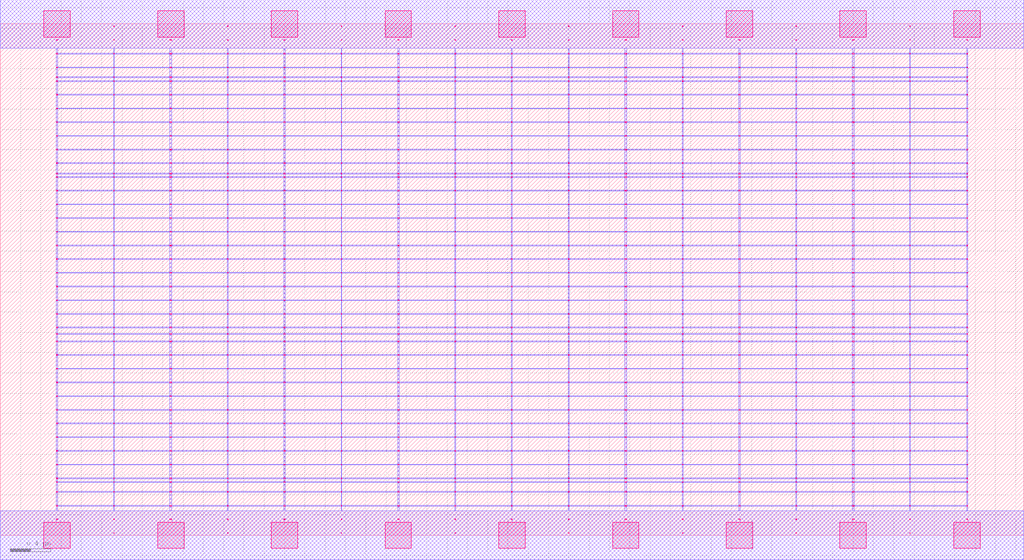
<source format=lef>
MACRO OOAOAI22111_DEBUG
 CLASS CORE ;
 FOREIGN OOAOAI22111_DEBUG 0 0 ;
 SIZE 10.08 BY 5.04 ;
 ORIGIN 0 0 ;
 SYMMETRY X Y R90 ;
 SITE unit ;

 OBS
    LAYER polycont ;
     RECT 5.03100000 2.58300000 5.04400000 2.59100000 ;
     RECT 5.03100000 2.71800000 5.04400000 2.72600000 ;
     RECT 5.03100000 2.85300000 5.04400000 2.86100000 ;
     RECT 5.03100000 2.98800000 5.04400000 2.99600000 ;
     RECT 7.27100000 2.58300000 7.28900000 2.59100000 ;
     RECT 7.83600000 2.58300000 7.84400000 2.59100000 ;
     RECT 8.39100000 2.58300000 8.40900000 2.59100000 ;
     RECT 8.95600000 2.58300000 8.96400000 2.59100000 ;
     RECT 9.51600000 2.58300000 9.52900000 2.59100000 ;
     RECT 5.59600000 2.58300000 5.60400000 2.59100000 ;
     RECT 5.59600000 2.71800000 5.60400000 2.72600000 ;
     RECT 6.15100000 2.71800000 6.16900000 2.72600000 ;
     RECT 6.71600000 2.71800000 6.72400000 2.72600000 ;
     RECT 7.27100000 2.71800000 7.28900000 2.72600000 ;
     RECT 7.83600000 2.71800000 7.84400000 2.72600000 ;
     RECT 8.39100000 2.71800000 8.40900000 2.72600000 ;
     RECT 8.95600000 2.71800000 8.96400000 2.72600000 ;
     RECT 9.51600000 2.71800000 9.52900000 2.72600000 ;
     RECT 6.15100000 2.58300000 6.16900000 2.59100000 ;
     RECT 5.59600000 2.85300000 5.60400000 2.86100000 ;
     RECT 6.15100000 2.85300000 6.16900000 2.86100000 ;
     RECT 6.71600000 2.85300000 6.72400000 2.86100000 ;
     RECT 7.27100000 2.85300000 7.28900000 2.86100000 ;
     RECT 7.83600000 2.85300000 7.84400000 2.86100000 ;
     RECT 8.39100000 2.85300000 8.40900000 2.86100000 ;
     RECT 8.95600000 2.85300000 8.96400000 2.86100000 ;
     RECT 9.51600000 2.85300000 9.52900000 2.86100000 ;
     RECT 6.71600000 2.58300000 6.72400000 2.59100000 ;
     RECT 5.59600000 2.98800000 5.60400000 2.99600000 ;
     RECT 6.15100000 2.98800000 6.16900000 2.99600000 ;
     RECT 6.71600000 2.98800000 6.72400000 2.99600000 ;
     RECT 7.27100000 2.98800000 7.28900000 2.99600000 ;
     RECT 7.83600000 2.98800000 7.84400000 2.99600000 ;
     RECT 8.39100000 2.98800000 8.40900000 2.99600000 ;
     RECT 8.95600000 2.98800000 8.96400000 2.99600000 ;
     RECT 9.51600000 2.98800000 9.52900000 2.99600000 ;
     RECT 1.67100000 2.85300000 1.68900000 2.86100000 ;
     RECT 2.23600000 2.85300000 2.24400000 2.86100000 ;
     RECT 2.79100000 2.85300000 2.80900000 2.86100000 ;
     RECT 3.35600000 2.85300000 3.36400000 2.86100000 ;
     RECT 3.91600000 2.85300000 3.92900000 2.86100000 ;
     RECT 4.47600000 2.85300000 4.48400000 2.86100000 ;
     RECT 1.11600000 2.71800000 1.12400000 2.72600000 ;
     RECT 1.67100000 2.71800000 1.68900000 2.72600000 ;
     RECT 2.23600000 2.71800000 2.24400000 2.72600000 ;
     RECT 2.79100000 2.71800000 2.80900000 2.72600000 ;
     RECT 3.35600000 2.71800000 3.36400000 2.72600000 ;
     RECT 3.91600000 2.71800000 3.92900000 2.72600000 ;
     RECT 4.47600000 2.71800000 4.48400000 2.72600000 ;
     RECT 1.11600000 2.58300000 1.12400000 2.59100000 ;
     RECT 1.67100000 2.58300000 1.68900000 2.59100000 ;
     RECT 0.55100000 2.98800000 0.56400000 2.99600000 ;
     RECT 1.11600000 2.98800000 1.12400000 2.99600000 ;
     RECT 1.67100000 2.98800000 1.68900000 2.99600000 ;
     RECT 2.23600000 2.98800000 2.24400000 2.99600000 ;
     RECT 2.79100000 2.98800000 2.80900000 2.99600000 ;
     RECT 3.35600000 2.98800000 3.36400000 2.99600000 ;
     RECT 3.91600000 2.98800000 3.92900000 2.99600000 ;
     RECT 4.47600000 2.98800000 4.48400000 2.99600000 ;
     RECT 2.23600000 2.58300000 2.24400000 2.59100000 ;
     RECT 2.79100000 2.58300000 2.80900000 2.59100000 ;
     RECT 3.35600000 2.58300000 3.36400000 2.59100000 ;
     RECT 3.91600000 2.58300000 3.92900000 2.59100000 ;
     RECT 4.47600000 2.58300000 4.48400000 2.59100000 ;
     RECT 0.55100000 2.58300000 0.56400000 2.59100000 ;
     RECT 0.55100000 2.71800000 0.56400000 2.72600000 ;
     RECT 0.55100000 2.85300000 0.56400000 2.86100000 ;
     RECT 1.11600000 2.85300000 1.12400000 2.86100000 ;
     RECT 4.47600000 3.12300000 4.48400000 3.13100000 ;
     RECT 4.47600000 3.25800000 4.48400000 3.26600000 ;
     RECT 4.47600000 3.39300000 4.48400000 3.40100000 ;
     RECT 4.47600000 3.52800000 4.48400000 3.53600000 ;
     RECT 4.47600000 3.56100000 4.48400000 3.56900000 ;
     RECT 4.47600000 3.66300000 4.48400000 3.67100000 ;
     RECT 4.47600000 3.79800000 4.48400000 3.80600000 ;
     RECT 4.47600000 3.93300000 4.48400000 3.94100000 ;
     RECT 4.47600000 4.06800000 4.48400000 4.07600000 ;
     RECT 4.47600000 4.20300000 4.48400000 4.21100000 ;
     RECT 4.47600000 4.33800000 4.48400000 4.34600000 ;
     RECT 4.47600000 4.47300000 4.48400000 4.48100000 ;
     RECT 4.47600000 4.51100000 4.48400000 4.51900000 ;
     RECT 4.47600000 4.60800000 4.48400000 4.61600000 ;
     RECT 4.47600000 4.74300000 4.48400000 4.75100000 ;
     RECT 4.47600000 4.87800000 4.48400000 4.88600000 ;
     RECT 6.71600000 0.55800000 6.72400000 0.56600000 ;
     RECT 6.71600000 0.69300000 6.72400000 0.70100000 ;
     RECT 6.71600000 0.82800000 6.72400000 0.83600000 ;
     RECT 6.71600000 0.96300000 6.72400000 0.97100000 ;
     RECT 6.71600000 1.09800000 6.72400000 1.10600000 ;
     RECT 6.71600000 1.23300000 6.72400000 1.24100000 ;
     RECT 6.71600000 1.36800000 6.72400000 1.37600000 ;
     RECT 6.71600000 1.50300000 6.72400000 1.51100000 ;
     RECT 6.71600000 1.63800000 6.72400000 1.64600000 ;
     RECT 6.71600000 1.77300000 6.72400000 1.78100000 ;
     RECT 6.71600000 1.90800000 6.72400000 1.91600000 ;
     RECT 6.71600000 1.98100000 6.72400000 1.98900000 ;
     RECT 6.71600000 2.04300000 6.72400000 2.05100000 ;
     RECT 6.71600000 2.17800000 6.72400000 2.18600000 ;
     RECT 6.71600000 2.31300000 6.72400000 2.32100000 ;
     RECT 6.71600000 2.44800000 6.72400000 2.45600000 ;
     RECT 6.71600000 0.15300000 6.72400000 0.16100000 ;
     RECT 6.71600000 0.28800000 6.72400000 0.29600000 ;
     RECT 6.71600000 0.42300000 6.72400000 0.43100000 ;
     RECT 6.71600000 0.52100000 6.72400000 0.52900000 ;

    LAYER pdiffc ;
     RECT 0.55100000 3.39300000 0.55900000 3.40100000 ;
     RECT 3.92100000 3.39300000 3.92900000 3.40100000 ;
     RECT 5.03100000 3.39300000 5.03900000 3.40100000 ;
     RECT 9.52100000 3.39300000 9.52900000 3.40100000 ;
     RECT 0.55100000 3.52800000 0.55900000 3.53600000 ;
     RECT 3.92100000 3.52800000 3.92900000 3.53600000 ;
     RECT 5.03100000 3.52800000 5.03900000 3.53600000 ;
     RECT 9.52100000 3.52800000 9.52900000 3.53600000 ;
     RECT 0.55100000 3.56100000 0.55900000 3.56900000 ;
     RECT 3.92100000 3.56100000 3.92900000 3.56900000 ;
     RECT 5.03100000 3.56100000 5.03900000 3.56900000 ;
     RECT 9.52100000 3.56100000 9.52900000 3.56900000 ;
     RECT 0.55100000 3.66300000 0.55900000 3.67100000 ;
     RECT 3.92100000 3.66300000 3.92900000 3.67100000 ;
     RECT 5.03100000 3.66300000 5.03900000 3.67100000 ;
     RECT 9.52100000 3.66300000 9.52900000 3.67100000 ;
     RECT 0.55100000 3.79800000 0.55900000 3.80600000 ;
     RECT 3.92100000 3.79800000 3.92900000 3.80600000 ;
     RECT 5.03100000 3.79800000 5.03900000 3.80600000 ;
     RECT 9.52100000 3.79800000 9.52900000 3.80600000 ;
     RECT 0.55100000 3.93300000 0.55900000 3.94100000 ;
     RECT 3.92100000 3.93300000 3.92900000 3.94100000 ;
     RECT 5.03100000 3.93300000 5.03900000 3.94100000 ;
     RECT 9.52100000 3.93300000 9.52900000 3.94100000 ;
     RECT 0.55100000 4.06800000 0.55900000 4.07600000 ;
     RECT 3.92100000 4.06800000 3.92900000 4.07600000 ;
     RECT 5.03100000 4.06800000 5.03900000 4.07600000 ;
     RECT 9.52100000 4.06800000 9.52900000 4.07600000 ;
     RECT 0.55100000 4.20300000 0.55900000 4.21100000 ;
     RECT 3.92100000 4.20300000 3.92900000 4.21100000 ;
     RECT 5.03100000 4.20300000 5.03900000 4.21100000 ;
     RECT 9.52100000 4.20300000 9.52900000 4.21100000 ;
     RECT 0.55100000 4.33800000 0.55900000 4.34600000 ;
     RECT 3.92100000 4.33800000 3.92900000 4.34600000 ;
     RECT 5.03100000 4.33800000 5.03900000 4.34600000 ;
     RECT 9.52100000 4.33800000 9.52900000 4.34600000 ;
     RECT 0.55100000 4.47300000 0.55900000 4.48100000 ;
     RECT 3.92100000 4.47300000 3.92900000 4.48100000 ;
     RECT 5.03100000 4.47300000 5.03900000 4.48100000 ;
     RECT 9.52100000 4.47300000 9.52900000 4.48100000 ;
     RECT 0.55100000 4.51100000 0.55900000 4.51900000 ;
     RECT 3.92100000 4.51100000 3.92900000 4.51900000 ;
     RECT 5.03100000 4.51100000 5.03900000 4.51900000 ;
     RECT 9.52100000 4.51100000 9.52900000 4.51900000 ;
     RECT 0.55100000 4.60800000 0.55900000 4.61600000 ;
     RECT 3.92100000 4.60800000 3.92900000 4.61600000 ;
     RECT 5.03100000 4.60800000 5.03900000 4.61600000 ;
     RECT 9.52100000 4.60800000 9.52900000 4.61600000 ;

    LAYER ndiffc ;
     RECT 5.03100000 0.42300000 5.04400000 0.43100000 ;
     RECT 5.03100000 0.52100000 5.04400000 0.52900000 ;
     RECT 5.03100000 0.55800000 5.04400000 0.56600000 ;
     RECT 5.03100000 0.69300000 5.04400000 0.70100000 ;
     RECT 5.03100000 0.82800000 5.04400000 0.83600000 ;
     RECT 5.03100000 0.96300000 5.04400000 0.97100000 ;
     RECT 5.03100000 1.09800000 5.04400000 1.10600000 ;
     RECT 5.03100000 1.23300000 5.04400000 1.24100000 ;
     RECT 5.03100000 1.36800000 5.04400000 1.37600000 ;
     RECT 5.03100000 1.50300000 5.04400000 1.51100000 ;
     RECT 5.03100000 1.63800000 5.04400000 1.64600000 ;
     RECT 5.03100000 1.77300000 5.04400000 1.78100000 ;
     RECT 5.03100000 1.90800000 5.04400000 1.91600000 ;
     RECT 5.03100000 1.98100000 5.04400000 1.98900000 ;
     RECT 5.03100000 2.04300000 5.04400000 2.05100000 ;
     RECT 8.39100000 0.42300000 8.40900000 0.43100000 ;
     RECT 6.15100000 0.69300000 6.16900000 0.70100000 ;
     RECT 7.27100000 0.69300000 7.28900000 0.70100000 ;
     RECT 8.39100000 0.69300000 8.40900000 0.70100000 ;
     RECT 9.51600000 0.69300000 9.52900000 0.70100000 ;
     RECT 9.51600000 0.42300000 9.52900000 0.43100000 ;
     RECT 6.15100000 0.82800000 6.16900000 0.83600000 ;
     RECT 7.27100000 0.82800000 7.28900000 0.83600000 ;
     RECT 8.39100000 0.82800000 8.40900000 0.83600000 ;
     RECT 9.51600000 0.82800000 9.52900000 0.83600000 ;
     RECT 6.15100000 0.42300000 6.16900000 0.43100000 ;
     RECT 6.15100000 0.96300000 6.16900000 0.97100000 ;
     RECT 7.27100000 0.96300000 7.28900000 0.97100000 ;
     RECT 8.39100000 0.96300000 8.40900000 0.97100000 ;
     RECT 9.51600000 0.96300000 9.52900000 0.97100000 ;
     RECT 6.15100000 0.52100000 6.16900000 0.52900000 ;
     RECT 6.15100000 1.09800000 6.16900000 1.10600000 ;
     RECT 7.27100000 1.09800000 7.28900000 1.10600000 ;
     RECT 8.39100000 1.09800000 8.40900000 1.10600000 ;
     RECT 9.51600000 1.09800000 9.52900000 1.10600000 ;
     RECT 7.27100000 0.52100000 7.28900000 0.52900000 ;
     RECT 6.15100000 1.23300000 6.16900000 1.24100000 ;
     RECT 7.27100000 1.23300000 7.28900000 1.24100000 ;
     RECT 8.39100000 1.23300000 8.40900000 1.24100000 ;
     RECT 9.51600000 1.23300000 9.52900000 1.24100000 ;
     RECT 8.39100000 0.52100000 8.40900000 0.52900000 ;
     RECT 6.15100000 1.36800000 6.16900000 1.37600000 ;
     RECT 7.27100000 1.36800000 7.28900000 1.37600000 ;
     RECT 8.39100000 1.36800000 8.40900000 1.37600000 ;
     RECT 9.51600000 1.36800000 9.52900000 1.37600000 ;
     RECT 9.51600000 0.52100000 9.52900000 0.52900000 ;
     RECT 6.15100000 1.50300000 6.16900000 1.51100000 ;
     RECT 7.27100000 1.50300000 7.28900000 1.51100000 ;
     RECT 8.39100000 1.50300000 8.40900000 1.51100000 ;
     RECT 9.51600000 1.50300000 9.52900000 1.51100000 ;
     RECT 7.27100000 0.42300000 7.28900000 0.43100000 ;
     RECT 6.15100000 1.63800000 6.16900000 1.64600000 ;
     RECT 7.27100000 1.63800000 7.28900000 1.64600000 ;
     RECT 8.39100000 1.63800000 8.40900000 1.64600000 ;
     RECT 9.51600000 1.63800000 9.52900000 1.64600000 ;
     RECT 6.15100000 0.55800000 6.16900000 0.56600000 ;
     RECT 6.15100000 1.77300000 6.16900000 1.78100000 ;
     RECT 7.27100000 1.77300000 7.28900000 1.78100000 ;
     RECT 8.39100000 1.77300000 8.40900000 1.78100000 ;
     RECT 9.51600000 1.77300000 9.52900000 1.78100000 ;
     RECT 7.27100000 0.55800000 7.28900000 0.56600000 ;
     RECT 6.15100000 1.90800000 6.16900000 1.91600000 ;
     RECT 7.27100000 1.90800000 7.28900000 1.91600000 ;
     RECT 8.39100000 1.90800000 8.40900000 1.91600000 ;
     RECT 9.51600000 1.90800000 9.52900000 1.91600000 ;
     RECT 8.39100000 0.55800000 8.40900000 0.56600000 ;
     RECT 6.15100000 1.98100000 6.16900000 1.98900000 ;
     RECT 7.27100000 1.98100000 7.28900000 1.98900000 ;
     RECT 8.39100000 1.98100000 8.40900000 1.98900000 ;
     RECT 9.51600000 1.98100000 9.52900000 1.98900000 ;
     RECT 9.51600000 0.55800000 9.52900000 0.56600000 ;
     RECT 6.15100000 2.04300000 6.16900000 2.05100000 ;
     RECT 7.27100000 2.04300000 7.28900000 2.05100000 ;
     RECT 8.39100000 2.04300000 8.40900000 2.05100000 ;
     RECT 9.51600000 2.04300000 9.52900000 2.05100000 ;
     RECT 3.91600000 1.36800000 3.92900000 1.37600000 ;
     RECT 2.79100000 0.55800000 2.80900000 0.56600000 ;
     RECT 3.91600000 0.55800000 3.92900000 0.56600000 ;
     RECT 1.67100000 0.52100000 1.68900000 0.52900000 ;
     RECT 2.79100000 0.52100000 2.80900000 0.52900000 ;
     RECT 3.91600000 0.52100000 3.92900000 0.52900000 ;
     RECT 0.55100000 1.50300000 0.56400000 1.51100000 ;
     RECT 1.67100000 1.50300000 1.68900000 1.51100000 ;
     RECT 2.79100000 1.50300000 2.80900000 1.51100000 ;
     RECT 3.91600000 1.50300000 3.92900000 1.51100000 ;
     RECT 0.55100000 0.96300000 0.56400000 0.97100000 ;
     RECT 1.67100000 0.96300000 1.68900000 0.97100000 ;
     RECT 2.79100000 0.96300000 2.80900000 0.97100000 ;
     RECT 3.91600000 0.96300000 3.92900000 0.97100000 ;
     RECT 1.67100000 0.42300000 1.68900000 0.43100000 ;
     RECT 0.55100000 1.63800000 0.56400000 1.64600000 ;
     RECT 1.67100000 1.63800000 1.68900000 1.64600000 ;
     RECT 2.79100000 1.63800000 2.80900000 1.64600000 ;
     RECT 3.91600000 1.63800000 3.92900000 1.64600000 ;
     RECT 2.79100000 0.42300000 2.80900000 0.43100000 ;
     RECT 0.55100000 0.69300000 0.56400000 0.70100000 ;
     RECT 1.67100000 0.69300000 1.68900000 0.70100000 ;
     RECT 2.79100000 0.69300000 2.80900000 0.70100000 ;
     RECT 0.55100000 1.09800000 0.56400000 1.10600000 ;
     RECT 0.55100000 1.77300000 0.56400000 1.78100000 ;
     RECT 1.67100000 1.77300000 1.68900000 1.78100000 ;
     RECT 2.79100000 1.77300000 2.80900000 1.78100000 ;
     RECT 3.91600000 1.77300000 3.92900000 1.78100000 ;
     RECT 1.67100000 1.09800000 1.68900000 1.10600000 ;
     RECT 2.79100000 1.09800000 2.80900000 1.10600000 ;
     RECT 3.91600000 1.09800000 3.92900000 1.10600000 ;
     RECT 3.91600000 0.69300000 3.92900000 0.70100000 ;
     RECT 3.91600000 0.42300000 3.92900000 0.43100000 ;
     RECT 0.55100000 1.90800000 0.56400000 1.91600000 ;
     RECT 1.67100000 1.90800000 1.68900000 1.91600000 ;
     RECT 2.79100000 1.90800000 2.80900000 1.91600000 ;
     RECT 3.91600000 1.90800000 3.92900000 1.91600000 ;
     RECT 0.55100000 0.42300000 0.56400000 0.43100000 ;
     RECT 0.55100000 0.52100000 0.56400000 0.52900000 ;
     RECT 0.55100000 0.55800000 0.56400000 0.56600000 ;
     RECT 0.55100000 1.23300000 0.56400000 1.24100000 ;
     RECT 1.67100000 1.23300000 1.68900000 1.24100000 ;
     RECT 0.55100000 1.98100000 0.56400000 1.98900000 ;
     RECT 1.67100000 1.98100000 1.68900000 1.98900000 ;
     RECT 2.79100000 1.98100000 2.80900000 1.98900000 ;
     RECT 3.91600000 1.98100000 3.92900000 1.98900000 ;
     RECT 2.79100000 1.23300000 2.80900000 1.24100000 ;
     RECT 3.91600000 1.23300000 3.92900000 1.24100000 ;
     RECT 1.67100000 0.55800000 1.68900000 0.56600000 ;
     RECT 0.55100000 0.82800000 0.56400000 0.83600000 ;
     RECT 1.67100000 0.82800000 1.68900000 0.83600000 ;
     RECT 0.55100000 2.04300000 0.56400000 2.05100000 ;
     RECT 1.67100000 2.04300000 1.68900000 2.05100000 ;
     RECT 2.79100000 2.04300000 2.80900000 2.05100000 ;
     RECT 3.91600000 2.04300000 3.92900000 2.05100000 ;
     RECT 2.79100000 0.82800000 2.80900000 0.83600000 ;
     RECT 3.91600000 0.82800000 3.92900000 0.83600000 ;
     RECT 0.55100000 1.36800000 0.56400000 1.37600000 ;
     RECT 1.67100000 1.36800000 1.68900000 1.37600000 ;
     RECT 2.79100000 1.36800000 2.80900000 1.37600000 ;

    LAYER met1 ;
     RECT 0.00000000 -0.24000000 10.08000000 0.24000000 ;
     RECT 5.03100000 0.24000000 5.04400000 0.28800000 ;
     RECT 0.55100000 0.28800000 9.52900000 0.29600000 ;
     RECT 5.03100000 0.29600000 5.04400000 0.42300000 ;
     RECT 0.55100000 0.42300000 9.52900000 0.43100000 ;
     RECT 5.03100000 0.43100000 5.04400000 0.52100000 ;
     RECT 0.55100000 0.52100000 9.52900000 0.52900000 ;
     RECT 5.03100000 0.52900000 5.04400000 0.55800000 ;
     RECT 0.55100000 0.55800000 9.52900000 0.56600000 ;
     RECT 5.03100000 0.56600000 5.04400000 0.69300000 ;
     RECT 0.55100000 0.69300000 9.52900000 0.70100000 ;
     RECT 5.03100000 0.70100000 5.04400000 0.82800000 ;
     RECT 0.55100000 0.82800000 9.52900000 0.83600000 ;
     RECT 5.03100000 0.83600000 5.04400000 0.96300000 ;
     RECT 0.55100000 0.96300000 9.52900000 0.97100000 ;
     RECT 5.03100000 0.97100000 5.04400000 1.09800000 ;
     RECT 0.55100000 1.09800000 9.52900000 1.10600000 ;
     RECT 5.03100000 1.10600000 5.04400000 1.23300000 ;
     RECT 0.55100000 1.23300000 9.52900000 1.24100000 ;
     RECT 5.03100000 1.24100000 5.04400000 1.36800000 ;
     RECT 0.55100000 1.36800000 9.52900000 1.37600000 ;
     RECT 5.03100000 1.37600000 5.04400000 1.50300000 ;
     RECT 0.55100000 1.50300000 9.52900000 1.51100000 ;
     RECT 5.03100000 1.51100000 5.04400000 1.63800000 ;
     RECT 0.55100000 1.63800000 9.52900000 1.64600000 ;
     RECT 5.03100000 1.64600000 5.04400000 1.77300000 ;
     RECT 0.55100000 1.77300000 9.52900000 1.78100000 ;
     RECT 5.03100000 1.78100000 5.04400000 1.90800000 ;
     RECT 0.55100000 1.90800000 9.52900000 1.91600000 ;
     RECT 5.03100000 1.91600000 5.04400000 1.98100000 ;
     RECT 0.55100000 1.98100000 9.52900000 1.98900000 ;
     RECT 5.03100000 1.98900000 5.04400000 2.04300000 ;
     RECT 0.55100000 2.04300000 9.52900000 2.05100000 ;
     RECT 5.03100000 2.05100000 5.04400000 2.17800000 ;
     RECT 0.55100000 2.17800000 9.52900000 2.18600000 ;
     RECT 5.03100000 2.18600000 5.04400000 2.31300000 ;
     RECT 0.55100000 2.31300000 9.52900000 2.32100000 ;
     RECT 5.03100000 2.32100000 5.04400000 2.44800000 ;
     RECT 0.55100000 2.44800000 9.52900000 2.45600000 ;
     RECT 0.55100000 2.45600000 0.56400000 2.58300000 ;
     RECT 1.11600000 2.45600000 1.12400000 2.58300000 ;
     RECT 1.67100000 2.45600000 1.68900000 2.58300000 ;
     RECT 2.23600000 2.45600000 2.24400000 2.58300000 ;
     RECT 2.79100000 2.45600000 2.80900000 2.58300000 ;
     RECT 3.35600000 2.45600000 3.36400000 2.58300000 ;
     RECT 3.91600000 2.45600000 3.92900000 2.58300000 ;
     RECT 4.47600000 2.45600000 4.48400000 2.58300000 ;
     RECT 5.03100000 2.45600000 5.04400000 2.58300000 ;
     RECT 5.59600000 2.45600000 5.60400000 2.58300000 ;
     RECT 6.15100000 2.45600000 6.16900000 2.58300000 ;
     RECT 6.71600000 2.45600000 6.72400000 2.58300000 ;
     RECT 7.27100000 2.45600000 7.28900000 2.58300000 ;
     RECT 7.83600000 2.45600000 7.84400000 2.58300000 ;
     RECT 8.39100000 2.45600000 8.40900000 2.58300000 ;
     RECT 8.95600000 2.45600000 8.96400000 2.58300000 ;
     RECT 9.51600000 2.45600000 9.52900000 2.58300000 ;
     RECT 0.55100000 2.58300000 9.52900000 2.59100000 ;
     RECT 5.03100000 2.59100000 5.04400000 2.71800000 ;
     RECT 0.55100000 2.71800000 9.52900000 2.72600000 ;
     RECT 5.03100000 2.72600000 5.04400000 2.85300000 ;
     RECT 0.55100000 2.85300000 9.52900000 2.86100000 ;
     RECT 5.03100000 2.86100000 5.04400000 2.98800000 ;
     RECT 0.55100000 2.98800000 9.52900000 2.99600000 ;
     RECT 5.03100000 2.99600000 5.04400000 3.12300000 ;
     RECT 0.55100000 3.12300000 9.52900000 3.13100000 ;
     RECT 5.03100000 3.13100000 5.04400000 3.25800000 ;
     RECT 0.55100000 3.25800000 9.52900000 3.26600000 ;
     RECT 5.03100000 3.26600000 5.04400000 3.39300000 ;
     RECT 0.55100000 3.39300000 9.52900000 3.40100000 ;
     RECT 5.03100000 3.40100000 5.04400000 3.52800000 ;
     RECT 0.55100000 3.52800000 9.52900000 3.53600000 ;
     RECT 5.03100000 3.53600000 5.04400000 3.56100000 ;
     RECT 0.55100000 3.56100000 9.52900000 3.56900000 ;
     RECT 5.03100000 3.56900000 5.04400000 3.66300000 ;
     RECT 0.55100000 3.66300000 9.52900000 3.67100000 ;
     RECT 5.03100000 3.67100000 5.04400000 3.79800000 ;
     RECT 0.55100000 3.79800000 9.52900000 3.80600000 ;
     RECT 5.03100000 3.80600000 5.04400000 3.93300000 ;
     RECT 0.55100000 3.93300000 9.52900000 3.94100000 ;
     RECT 5.03100000 3.94100000 5.04400000 4.06800000 ;
     RECT 0.55100000 4.06800000 9.52900000 4.07600000 ;
     RECT 5.03100000 4.07600000 5.04400000 4.20300000 ;
     RECT 0.55100000 4.20300000 9.52900000 4.21100000 ;
     RECT 5.03100000 4.21100000 5.04400000 4.33800000 ;
     RECT 0.55100000 4.33800000 9.52900000 4.34600000 ;
     RECT 5.03100000 4.34600000 5.04400000 4.47300000 ;
     RECT 0.55100000 4.47300000 9.52900000 4.48100000 ;
     RECT 5.03100000 4.48100000 5.04400000 4.51100000 ;
     RECT 0.55100000 4.51100000 9.52900000 4.51900000 ;
     RECT 5.03100000 4.51900000 5.04400000 4.60800000 ;
     RECT 0.55100000 4.60800000 9.52900000 4.61600000 ;
     RECT 5.03100000 4.61600000 5.04400000 4.74300000 ;
     RECT 0.55100000 4.74300000 9.52900000 4.75100000 ;
     RECT 5.03100000 4.75100000 5.04400000 4.80000000 ;
     RECT 0.00000000 4.80000000 10.08000000 5.28000000 ;
     RECT 5.59600000 3.80600000 5.60400000 3.93300000 ;
     RECT 6.15100000 3.80600000 6.16900000 3.93300000 ;
     RECT 6.71600000 3.80600000 6.72400000 3.93300000 ;
     RECT 7.27100000 3.80600000 7.28900000 3.93300000 ;
     RECT 7.83600000 3.80600000 7.84400000 3.93300000 ;
     RECT 8.39100000 3.80600000 8.40900000 3.93300000 ;
     RECT 8.95600000 3.80600000 8.96400000 3.93300000 ;
     RECT 9.51600000 3.80600000 9.52900000 3.93300000 ;
     RECT 7.83600000 3.94100000 7.84400000 4.06800000 ;
     RECT 8.39100000 3.94100000 8.40900000 4.06800000 ;
     RECT 8.95600000 3.94100000 8.96400000 4.06800000 ;
     RECT 9.51600000 3.94100000 9.52900000 4.06800000 ;
     RECT 7.83600000 4.07600000 7.84400000 4.20300000 ;
     RECT 8.39100000 4.07600000 8.40900000 4.20300000 ;
     RECT 8.95600000 4.07600000 8.96400000 4.20300000 ;
     RECT 9.51600000 4.07600000 9.52900000 4.20300000 ;
     RECT 7.83600000 4.21100000 7.84400000 4.33800000 ;
     RECT 8.39100000 4.21100000 8.40900000 4.33800000 ;
     RECT 8.95600000 4.21100000 8.96400000 4.33800000 ;
     RECT 9.51600000 4.21100000 9.52900000 4.33800000 ;
     RECT 7.83600000 4.34600000 7.84400000 4.47300000 ;
     RECT 8.39100000 4.34600000 8.40900000 4.47300000 ;
     RECT 8.95600000 4.34600000 8.96400000 4.47300000 ;
     RECT 9.51600000 4.34600000 9.52900000 4.47300000 ;
     RECT 7.83600000 4.48100000 7.84400000 4.51100000 ;
     RECT 8.39100000 4.48100000 8.40900000 4.51100000 ;
     RECT 8.95600000 4.48100000 8.96400000 4.51100000 ;
     RECT 9.51600000 4.48100000 9.52900000 4.51100000 ;
     RECT 7.83600000 4.51900000 7.84400000 4.60800000 ;
     RECT 8.39100000 4.51900000 8.40900000 4.60800000 ;
     RECT 8.95600000 4.51900000 8.96400000 4.60800000 ;
     RECT 9.51600000 4.51900000 9.52900000 4.60800000 ;
     RECT 7.83600000 4.61600000 7.84400000 4.74300000 ;
     RECT 8.39100000 4.61600000 8.40900000 4.74300000 ;
     RECT 8.95600000 4.61600000 8.96400000 4.74300000 ;
     RECT 9.51600000 4.61600000 9.52900000 4.74300000 ;
     RECT 7.83600000 4.75100000 7.84400000 4.80000000 ;
     RECT 8.39100000 4.75100000 8.40900000 4.80000000 ;
     RECT 8.95600000 4.75100000 8.96400000 4.80000000 ;
     RECT 9.51600000 4.75100000 9.52900000 4.80000000 ;
     RECT 5.59600000 4.48100000 5.60400000 4.51100000 ;
     RECT 6.15100000 4.48100000 6.16900000 4.51100000 ;
     RECT 6.71600000 4.48100000 6.72400000 4.51100000 ;
     RECT 7.27100000 4.48100000 7.28900000 4.51100000 ;
     RECT 5.59600000 4.21100000 5.60400000 4.33800000 ;
     RECT 6.15100000 4.21100000 6.16900000 4.33800000 ;
     RECT 6.71600000 4.21100000 6.72400000 4.33800000 ;
     RECT 7.27100000 4.21100000 7.28900000 4.33800000 ;
     RECT 5.59600000 4.51900000 5.60400000 4.60800000 ;
     RECT 6.15100000 4.51900000 6.16900000 4.60800000 ;
     RECT 6.71600000 4.51900000 6.72400000 4.60800000 ;
     RECT 7.27100000 4.51900000 7.28900000 4.60800000 ;
     RECT 5.59600000 4.07600000 5.60400000 4.20300000 ;
     RECT 6.15100000 4.07600000 6.16900000 4.20300000 ;
     RECT 6.71600000 4.07600000 6.72400000 4.20300000 ;
     RECT 7.27100000 4.07600000 7.28900000 4.20300000 ;
     RECT 5.59600000 4.61600000 5.60400000 4.74300000 ;
     RECT 6.15100000 4.61600000 6.16900000 4.74300000 ;
     RECT 6.71600000 4.61600000 6.72400000 4.74300000 ;
     RECT 7.27100000 4.61600000 7.28900000 4.74300000 ;
     RECT 5.59600000 4.34600000 5.60400000 4.47300000 ;
     RECT 6.15100000 4.34600000 6.16900000 4.47300000 ;
     RECT 6.71600000 4.34600000 6.72400000 4.47300000 ;
     RECT 7.27100000 4.34600000 7.28900000 4.47300000 ;
     RECT 5.59600000 4.75100000 5.60400000 4.80000000 ;
     RECT 6.15100000 4.75100000 6.16900000 4.80000000 ;
     RECT 6.71600000 4.75100000 6.72400000 4.80000000 ;
     RECT 7.27100000 4.75100000 7.28900000 4.80000000 ;
     RECT 5.59600000 3.94100000 5.60400000 4.06800000 ;
     RECT 6.15100000 3.94100000 6.16900000 4.06800000 ;
     RECT 6.71600000 3.94100000 6.72400000 4.06800000 ;
     RECT 7.27100000 3.94100000 7.28900000 4.06800000 ;
     RECT 5.59600000 2.59100000 5.60400000 2.71800000 ;
     RECT 6.15100000 2.59100000 6.16900000 2.71800000 ;
     RECT 5.59600000 3.26600000 5.60400000 3.39300000 ;
     RECT 6.15100000 3.26600000 6.16900000 3.39300000 ;
     RECT 5.59600000 2.86100000 5.60400000 2.98800000 ;
     RECT 6.15100000 2.86100000 6.16900000 2.98800000 ;
     RECT 6.71600000 3.26600000 6.72400000 3.39300000 ;
     RECT 7.27100000 3.26600000 7.28900000 3.39300000 ;
     RECT 5.59600000 2.72600000 5.60400000 2.85300000 ;
     RECT 6.15100000 2.72600000 6.16900000 2.85300000 ;
     RECT 5.59600000 3.40100000 5.60400000 3.52800000 ;
     RECT 6.15100000 3.40100000 6.16900000 3.52800000 ;
     RECT 5.59600000 2.99600000 5.60400000 3.12300000 ;
     RECT 6.15100000 2.99600000 6.16900000 3.12300000 ;
     RECT 6.71600000 3.40100000 6.72400000 3.52800000 ;
     RECT 7.27100000 3.40100000 7.28900000 3.52800000 ;
     RECT 6.71600000 2.86100000 6.72400000 2.98800000 ;
     RECT 7.27100000 2.86100000 7.28900000 2.98800000 ;
     RECT 6.71600000 2.72600000 6.72400000 2.85300000 ;
     RECT 7.27100000 2.72600000 7.28900000 2.85300000 ;
     RECT 5.59600000 3.53600000 5.60400000 3.56100000 ;
     RECT 6.15100000 3.53600000 6.16900000 3.56100000 ;
     RECT 6.71600000 2.99600000 6.72400000 3.12300000 ;
     RECT 7.27100000 2.99600000 7.28900000 3.12300000 ;
     RECT 6.71600000 3.53600000 6.72400000 3.56100000 ;
     RECT 7.27100000 3.53600000 7.28900000 3.56100000 ;
     RECT 5.59600000 3.56900000 5.60400000 3.66300000 ;
     RECT 6.15100000 3.56900000 6.16900000 3.66300000 ;
     RECT 6.71600000 3.56900000 6.72400000 3.66300000 ;
     RECT 7.27100000 3.56900000 7.28900000 3.66300000 ;
     RECT 5.59600000 3.67100000 5.60400000 3.79800000 ;
     RECT 6.15100000 3.67100000 6.16900000 3.79800000 ;
     RECT 6.71600000 3.67100000 6.72400000 3.79800000 ;
     RECT 7.27100000 3.67100000 7.28900000 3.79800000 ;
     RECT 6.71600000 2.59100000 6.72400000 2.71800000 ;
     RECT 7.27100000 2.59100000 7.28900000 2.71800000 ;
     RECT 5.59600000 3.13100000 5.60400000 3.25800000 ;
     RECT 6.15100000 3.13100000 6.16900000 3.25800000 ;
     RECT 6.71600000 3.13100000 6.72400000 3.25800000 ;
     RECT 7.27100000 3.13100000 7.28900000 3.25800000 ;
     RECT 8.39100000 2.59100000 8.40900000 2.71800000 ;
     RECT 9.51600000 2.99600000 9.52900000 3.12300000 ;
     RECT 7.83600000 3.13100000 7.84400000 3.25800000 ;
     RECT 7.83600000 3.56900000 7.84400000 3.66300000 ;
     RECT 8.39100000 3.56900000 8.40900000 3.66300000 ;
     RECT 8.95600000 3.56900000 8.96400000 3.66300000 ;
     RECT 9.51600000 3.56900000 9.52900000 3.66300000 ;
     RECT 8.95600000 2.72600000 8.96400000 2.85300000 ;
     RECT 9.51600000 2.72600000 9.52900000 2.85300000 ;
     RECT 8.39100000 3.13100000 8.40900000 3.25800000 ;
     RECT 7.83600000 3.40100000 7.84400000 3.52800000 ;
     RECT 8.39100000 3.40100000 8.40900000 3.52800000 ;
     RECT 8.95600000 3.40100000 8.96400000 3.52800000 ;
     RECT 7.83600000 3.67100000 7.84400000 3.79800000 ;
     RECT 8.39100000 3.67100000 8.40900000 3.79800000 ;
     RECT 8.95600000 3.67100000 8.96400000 3.79800000 ;
     RECT 7.83600000 2.86100000 7.84400000 2.98800000 ;
     RECT 8.39100000 2.86100000 8.40900000 2.98800000 ;
     RECT 9.51600000 3.67100000 9.52900000 3.79800000 ;
     RECT 9.51600000 3.40100000 9.52900000 3.52800000 ;
     RECT 8.95600000 3.13100000 8.96400000 3.25800000 ;
     RECT 7.83600000 3.26600000 7.84400000 3.39300000 ;
     RECT 8.39100000 3.26600000 8.40900000 3.39300000 ;
     RECT 8.95600000 3.26600000 8.96400000 3.39300000 ;
     RECT 9.51600000 3.26600000 9.52900000 3.39300000 ;
     RECT 9.51600000 3.13100000 9.52900000 3.25800000 ;
     RECT 8.95600000 2.86100000 8.96400000 2.98800000 ;
     RECT 9.51600000 2.86100000 9.52900000 2.98800000 ;
     RECT 7.83600000 3.53600000 7.84400000 3.56100000 ;
     RECT 7.83600000 2.99600000 7.84400000 3.12300000 ;
     RECT 8.39100000 2.99600000 8.40900000 3.12300000 ;
     RECT 8.39100000 3.53600000 8.40900000 3.56100000 ;
     RECT 8.95600000 3.53600000 8.96400000 3.56100000 ;
     RECT 9.51600000 3.53600000 9.52900000 3.56100000 ;
     RECT 7.83600000 2.72600000 7.84400000 2.85300000 ;
     RECT 8.39100000 2.72600000 8.40900000 2.85300000 ;
     RECT 8.95600000 2.59100000 8.96400000 2.71800000 ;
     RECT 9.51600000 2.59100000 9.52900000 2.71800000 ;
     RECT 7.83600000 2.59100000 7.84400000 2.71800000 ;
     RECT 8.95600000 2.99600000 8.96400000 3.12300000 ;
     RECT 0.55100000 3.80600000 0.56400000 3.93300000 ;
     RECT 1.11600000 3.80600000 1.12400000 3.93300000 ;
     RECT 1.67100000 3.80600000 1.68900000 3.93300000 ;
     RECT 2.23600000 3.80600000 2.24400000 3.93300000 ;
     RECT 2.79100000 3.80600000 2.80900000 3.93300000 ;
     RECT 3.35600000 3.80600000 3.36400000 3.93300000 ;
     RECT 3.91600000 3.80600000 3.92900000 3.93300000 ;
     RECT 4.47600000 3.80600000 4.48400000 3.93300000 ;
     RECT 2.79100000 4.21100000 2.80900000 4.33800000 ;
     RECT 3.35600000 4.21100000 3.36400000 4.33800000 ;
     RECT 3.91600000 4.21100000 3.92900000 4.33800000 ;
     RECT 4.47600000 4.21100000 4.48400000 4.33800000 ;
     RECT 2.79100000 4.34600000 2.80900000 4.47300000 ;
     RECT 3.35600000 4.34600000 3.36400000 4.47300000 ;
     RECT 3.91600000 4.34600000 3.92900000 4.47300000 ;
     RECT 4.47600000 4.34600000 4.48400000 4.47300000 ;
     RECT 2.79100000 4.48100000 2.80900000 4.51100000 ;
     RECT 3.35600000 4.48100000 3.36400000 4.51100000 ;
     RECT 3.91600000 4.48100000 3.92900000 4.51100000 ;
     RECT 4.47600000 4.48100000 4.48400000 4.51100000 ;
     RECT 2.79100000 4.51900000 2.80900000 4.60800000 ;
     RECT 3.35600000 4.51900000 3.36400000 4.60800000 ;
     RECT 3.91600000 4.51900000 3.92900000 4.60800000 ;
     RECT 4.47600000 4.51900000 4.48400000 4.60800000 ;
     RECT 2.79100000 4.61600000 2.80900000 4.74300000 ;
     RECT 3.35600000 4.61600000 3.36400000 4.74300000 ;
     RECT 3.91600000 4.61600000 3.92900000 4.74300000 ;
     RECT 4.47600000 4.61600000 4.48400000 4.74300000 ;
     RECT 2.79100000 4.75100000 2.80900000 4.80000000 ;
     RECT 3.35600000 4.75100000 3.36400000 4.80000000 ;
     RECT 3.91600000 4.75100000 3.92900000 4.80000000 ;
     RECT 4.47600000 4.75100000 4.48400000 4.80000000 ;
     RECT 2.79100000 3.94100000 2.80900000 4.06800000 ;
     RECT 3.35600000 3.94100000 3.36400000 4.06800000 ;
     RECT 3.91600000 3.94100000 3.92900000 4.06800000 ;
     RECT 4.47600000 3.94100000 4.48400000 4.06800000 ;
     RECT 2.79100000 4.07600000 2.80900000 4.20300000 ;
     RECT 3.35600000 4.07600000 3.36400000 4.20300000 ;
     RECT 3.91600000 4.07600000 3.92900000 4.20300000 ;
     RECT 4.47600000 4.07600000 4.48400000 4.20300000 ;
     RECT 0.55100000 4.51900000 0.56400000 4.60800000 ;
     RECT 1.11600000 4.51900000 1.12400000 4.60800000 ;
     RECT 1.67100000 4.51900000 1.68900000 4.60800000 ;
     RECT 2.23600000 4.51900000 2.24400000 4.60800000 ;
     RECT 0.55100000 4.07600000 0.56400000 4.20300000 ;
     RECT 1.11600000 4.07600000 1.12400000 4.20300000 ;
     RECT 1.67100000 4.07600000 1.68900000 4.20300000 ;
     RECT 2.23600000 4.07600000 2.24400000 4.20300000 ;
     RECT 0.55100000 4.61600000 0.56400000 4.74300000 ;
     RECT 1.11600000 4.61600000 1.12400000 4.74300000 ;
     RECT 1.67100000 4.61600000 1.68900000 4.74300000 ;
     RECT 2.23600000 4.61600000 2.24400000 4.74300000 ;
     RECT 0.55100000 4.34600000 0.56400000 4.47300000 ;
     RECT 1.11600000 4.34600000 1.12400000 4.47300000 ;
     RECT 1.67100000 4.34600000 1.68900000 4.47300000 ;
     RECT 2.23600000 4.34600000 2.24400000 4.47300000 ;
     RECT 0.55100000 4.75100000 0.56400000 4.80000000 ;
     RECT 1.11600000 4.75100000 1.12400000 4.80000000 ;
     RECT 1.67100000 4.75100000 1.68900000 4.80000000 ;
     RECT 2.23600000 4.75100000 2.24400000 4.80000000 ;
     RECT 0.55100000 3.94100000 0.56400000 4.06800000 ;
     RECT 1.11600000 3.94100000 1.12400000 4.06800000 ;
     RECT 1.67100000 3.94100000 1.68900000 4.06800000 ;
     RECT 2.23600000 3.94100000 2.24400000 4.06800000 ;
     RECT 0.55100000 4.48100000 0.56400000 4.51100000 ;
     RECT 1.11600000 4.48100000 1.12400000 4.51100000 ;
     RECT 1.67100000 4.48100000 1.68900000 4.51100000 ;
     RECT 2.23600000 4.48100000 2.24400000 4.51100000 ;
     RECT 0.55100000 4.21100000 0.56400000 4.33800000 ;
     RECT 1.11600000 4.21100000 1.12400000 4.33800000 ;
     RECT 1.67100000 4.21100000 1.68900000 4.33800000 ;
     RECT 2.23600000 4.21100000 2.24400000 4.33800000 ;
     RECT 1.67100000 2.86100000 1.68900000 2.98800000 ;
     RECT 2.23600000 2.86100000 2.24400000 2.98800000 ;
     RECT 0.55100000 3.13100000 0.56400000 3.25800000 ;
     RECT 1.11600000 3.13100000 1.12400000 3.25800000 ;
     RECT 1.67100000 3.13100000 1.68900000 3.25800000 ;
     RECT 2.23600000 3.13100000 2.24400000 3.25800000 ;
     RECT 0.55100000 3.67100000 0.56400000 3.79800000 ;
     RECT 1.11600000 3.67100000 1.12400000 3.79800000 ;
     RECT 1.67100000 3.67100000 1.68900000 3.79800000 ;
     RECT 2.23600000 3.67100000 2.24400000 3.79800000 ;
     RECT 0.55100000 2.59100000 0.56400000 2.71800000 ;
     RECT 1.11600000 2.59100000 1.12400000 2.71800000 ;
     RECT 0.55100000 2.72600000 0.56400000 2.85300000 ;
     RECT 1.11600000 2.72600000 1.12400000 2.85300000 ;
     RECT 0.55100000 2.86100000 0.56400000 2.98800000 ;
     RECT 1.11600000 2.86100000 1.12400000 2.98800000 ;
     RECT 0.55100000 3.53600000 0.56400000 3.56100000 ;
     RECT 1.11600000 3.53600000 1.12400000 3.56100000 ;
     RECT 0.55100000 3.26600000 0.56400000 3.39300000 ;
     RECT 1.11600000 3.26600000 1.12400000 3.39300000 ;
     RECT 1.67100000 3.26600000 1.68900000 3.39300000 ;
     RECT 2.23600000 3.26600000 2.24400000 3.39300000 ;
     RECT 1.67100000 2.59100000 1.68900000 2.71800000 ;
     RECT 2.23600000 2.59100000 2.24400000 2.71800000 ;
     RECT 0.55100000 3.56900000 0.56400000 3.66300000 ;
     RECT 1.11600000 3.56900000 1.12400000 3.66300000 ;
     RECT 1.67100000 3.56900000 1.68900000 3.66300000 ;
     RECT 2.23600000 3.56900000 2.24400000 3.66300000 ;
     RECT 1.67100000 3.53600000 1.68900000 3.56100000 ;
     RECT 2.23600000 3.53600000 2.24400000 3.56100000 ;
     RECT 1.67100000 2.99600000 1.68900000 3.12300000 ;
     RECT 2.23600000 2.99600000 2.24400000 3.12300000 ;
     RECT 0.55100000 3.40100000 0.56400000 3.52800000 ;
     RECT 1.11600000 3.40100000 1.12400000 3.52800000 ;
     RECT 0.55100000 2.99600000 0.56400000 3.12300000 ;
     RECT 1.11600000 2.99600000 1.12400000 3.12300000 ;
     RECT 1.67100000 2.72600000 1.68900000 2.85300000 ;
     RECT 2.23600000 2.72600000 2.24400000 2.85300000 ;
     RECT 1.67100000 3.40100000 1.68900000 3.52800000 ;
     RECT 2.23600000 3.40100000 2.24400000 3.52800000 ;
     RECT 2.79100000 3.67100000 2.80900000 3.79800000 ;
     RECT 3.35600000 3.67100000 3.36400000 3.79800000 ;
     RECT 3.91600000 3.67100000 3.92900000 3.79800000 ;
     RECT 4.47600000 3.67100000 4.48400000 3.79800000 ;
     RECT 2.79100000 3.40100000 2.80900000 3.52800000 ;
     RECT 3.35600000 3.40100000 3.36400000 3.52800000 ;
     RECT 3.91600000 3.40100000 3.92900000 3.52800000 ;
     RECT 4.47600000 3.40100000 4.48400000 3.52800000 ;
     RECT 2.79100000 3.53600000 2.80900000 3.56100000 ;
     RECT 3.35600000 3.53600000 3.36400000 3.56100000 ;
     RECT 3.91600000 3.56900000 3.92900000 3.66300000 ;
     RECT 4.47600000 3.56900000 4.48400000 3.66300000 ;
     RECT 2.79100000 2.86100000 2.80900000 2.98800000 ;
     RECT 3.35600000 2.86100000 3.36400000 2.98800000 ;
     RECT 3.91600000 2.86100000 3.92900000 2.98800000 ;
     RECT 4.47600000 2.86100000 4.48400000 2.98800000 ;
     RECT 2.79100000 3.26600000 2.80900000 3.39300000 ;
     RECT 3.35600000 3.26600000 3.36400000 3.39300000 ;
     RECT 3.91600000 3.26600000 3.92900000 3.39300000 ;
     RECT 4.47600000 3.26600000 4.48400000 3.39300000 ;
     RECT 3.91600000 3.53600000 3.92900000 3.56100000 ;
     RECT 4.47600000 3.53600000 4.48400000 3.56100000 ;
     RECT 2.79100000 2.72600000 2.80900000 2.85300000 ;
     RECT 3.35600000 2.72600000 3.36400000 2.85300000 ;
     RECT 2.79100000 3.13100000 2.80900000 3.25800000 ;
     RECT 3.35600000 3.13100000 3.36400000 3.25800000 ;
     RECT 3.91600000 3.13100000 3.92900000 3.25800000 ;
     RECT 4.47600000 3.13100000 4.48400000 3.25800000 ;
     RECT 3.91600000 2.99600000 3.92900000 3.12300000 ;
     RECT 4.47600000 2.99600000 4.48400000 3.12300000 ;
     RECT 3.91600000 2.59100000 3.92900000 2.71800000 ;
     RECT 4.47600000 2.59100000 4.48400000 2.71800000 ;
     RECT 3.91600000 2.72600000 3.92900000 2.85300000 ;
     RECT 4.47600000 2.72600000 4.48400000 2.85300000 ;
     RECT 2.79100000 3.56900000 2.80900000 3.66300000 ;
     RECT 3.35600000 3.56900000 3.36400000 3.66300000 ;
     RECT 2.79100000 2.99600000 2.80900000 3.12300000 ;
     RECT 3.35600000 2.99600000 3.36400000 3.12300000 ;
     RECT 2.79100000 2.59100000 2.80900000 2.71800000 ;
     RECT 3.35600000 2.59100000 3.36400000 2.71800000 ;
     RECT 0.55100000 1.10600000 0.56400000 1.23300000 ;
     RECT 1.11600000 1.10600000 1.12400000 1.23300000 ;
     RECT 1.67100000 1.10600000 1.68900000 1.23300000 ;
     RECT 2.23600000 1.10600000 2.24400000 1.23300000 ;
     RECT 2.79100000 1.10600000 2.80900000 1.23300000 ;
     RECT 3.35600000 1.10600000 3.36400000 1.23300000 ;
     RECT 3.91600000 1.10600000 3.92900000 1.23300000 ;
     RECT 4.47600000 1.10600000 4.48400000 1.23300000 ;
     RECT 2.79100000 1.51100000 2.80900000 1.63800000 ;
     RECT 3.35600000 1.51100000 3.36400000 1.63800000 ;
     RECT 3.91600000 1.51100000 3.92900000 1.63800000 ;
     RECT 4.47600000 1.51100000 4.48400000 1.63800000 ;
     RECT 2.79100000 1.64600000 2.80900000 1.77300000 ;
     RECT 3.35600000 1.64600000 3.36400000 1.77300000 ;
     RECT 3.91600000 1.64600000 3.92900000 1.77300000 ;
     RECT 4.47600000 1.64600000 4.48400000 1.77300000 ;
     RECT 2.79100000 1.78100000 2.80900000 1.90800000 ;
     RECT 3.35600000 1.78100000 3.36400000 1.90800000 ;
     RECT 3.91600000 1.78100000 3.92900000 1.90800000 ;
     RECT 4.47600000 1.78100000 4.48400000 1.90800000 ;
     RECT 2.79100000 1.91600000 2.80900000 1.98100000 ;
     RECT 3.35600000 1.91600000 3.36400000 1.98100000 ;
     RECT 3.91600000 1.91600000 3.92900000 1.98100000 ;
     RECT 4.47600000 1.91600000 4.48400000 1.98100000 ;
     RECT 2.79100000 1.98900000 2.80900000 2.04300000 ;
     RECT 3.35600000 1.98900000 3.36400000 2.04300000 ;
     RECT 3.91600000 1.98900000 3.92900000 2.04300000 ;
     RECT 4.47600000 1.98900000 4.48400000 2.04300000 ;
     RECT 2.79100000 2.05100000 2.80900000 2.17800000 ;
     RECT 3.35600000 2.05100000 3.36400000 2.17800000 ;
     RECT 3.91600000 2.05100000 3.92900000 2.17800000 ;
     RECT 4.47600000 2.05100000 4.48400000 2.17800000 ;
     RECT 2.79100000 2.18600000 2.80900000 2.31300000 ;
     RECT 3.35600000 2.18600000 3.36400000 2.31300000 ;
     RECT 3.91600000 2.18600000 3.92900000 2.31300000 ;
     RECT 4.47600000 2.18600000 4.48400000 2.31300000 ;
     RECT 2.79100000 2.32100000 2.80900000 2.44800000 ;
     RECT 3.35600000 2.32100000 3.36400000 2.44800000 ;
     RECT 3.91600000 2.32100000 3.92900000 2.44800000 ;
     RECT 4.47600000 2.32100000 4.48400000 2.44800000 ;
     RECT 2.79100000 1.24100000 2.80900000 1.36800000 ;
     RECT 3.35600000 1.24100000 3.36400000 1.36800000 ;
     RECT 3.91600000 1.24100000 3.92900000 1.36800000 ;
     RECT 4.47600000 1.24100000 4.48400000 1.36800000 ;
     RECT 2.79100000 1.37600000 2.80900000 1.50300000 ;
     RECT 3.35600000 1.37600000 3.36400000 1.50300000 ;
     RECT 3.91600000 1.37600000 3.92900000 1.50300000 ;
     RECT 4.47600000 1.37600000 4.48400000 1.50300000 ;
     RECT 0.55100000 1.51100000 0.56400000 1.63800000 ;
     RECT 1.11600000 1.51100000 1.12400000 1.63800000 ;
     RECT 1.67100000 1.51100000 1.68900000 1.63800000 ;
     RECT 2.23600000 1.51100000 2.24400000 1.63800000 ;
     RECT 0.55100000 2.05100000 0.56400000 2.17800000 ;
     RECT 1.11600000 2.05100000 1.12400000 2.17800000 ;
     RECT 1.67100000 2.05100000 1.68900000 2.17800000 ;
     RECT 2.23600000 2.05100000 2.24400000 2.17800000 ;
     RECT 0.55100000 1.78100000 0.56400000 1.90800000 ;
     RECT 1.11600000 1.78100000 1.12400000 1.90800000 ;
     RECT 1.67100000 1.78100000 1.68900000 1.90800000 ;
     RECT 2.23600000 1.78100000 2.24400000 1.90800000 ;
     RECT 0.55100000 2.18600000 0.56400000 2.31300000 ;
     RECT 1.11600000 2.18600000 1.12400000 2.31300000 ;
     RECT 1.67100000 2.18600000 1.68900000 2.31300000 ;
     RECT 2.23600000 2.18600000 2.24400000 2.31300000 ;
     RECT 0.55100000 1.37600000 0.56400000 1.50300000 ;
     RECT 1.11600000 1.37600000 1.12400000 1.50300000 ;
     RECT 1.67100000 1.37600000 1.68900000 1.50300000 ;
     RECT 2.23600000 1.37600000 2.24400000 1.50300000 ;
     RECT 0.55100000 2.32100000 0.56400000 2.44800000 ;
     RECT 1.11600000 2.32100000 1.12400000 2.44800000 ;
     RECT 1.67100000 2.32100000 1.68900000 2.44800000 ;
     RECT 2.23600000 2.32100000 2.24400000 2.44800000 ;
     RECT 0.55100000 1.91600000 0.56400000 1.98100000 ;
     RECT 1.11600000 1.91600000 1.12400000 1.98100000 ;
     RECT 1.67100000 1.91600000 1.68900000 1.98100000 ;
     RECT 2.23600000 1.91600000 2.24400000 1.98100000 ;
     RECT 0.55100000 1.64600000 0.56400000 1.77300000 ;
     RECT 1.11600000 1.64600000 1.12400000 1.77300000 ;
     RECT 1.67100000 1.64600000 1.68900000 1.77300000 ;
     RECT 2.23600000 1.64600000 2.24400000 1.77300000 ;
     RECT 0.55100000 1.98900000 0.56400000 2.04300000 ;
     RECT 1.11600000 1.98900000 1.12400000 2.04300000 ;
     RECT 1.67100000 1.98900000 1.68900000 2.04300000 ;
     RECT 2.23600000 1.98900000 2.24400000 2.04300000 ;
     RECT 0.55100000 1.24100000 0.56400000 1.36800000 ;
     RECT 1.11600000 1.24100000 1.12400000 1.36800000 ;
     RECT 1.67100000 1.24100000 1.68900000 1.36800000 ;
     RECT 2.23600000 1.24100000 2.24400000 1.36800000 ;
     RECT 1.67100000 0.56600000 1.68900000 0.69300000 ;
     RECT 2.23600000 0.56600000 2.24400000 0.69300000 ;
     RECT 0.55100000 0.24000000 0.56400000 0.28800000 ;
     RECT 1.11600000 0.24000000 1.12400000 0.28800000 ;
     RECT 0.55100000 0.70100000 0.56400000 0.82800000 ;
     RECT 1.11600000 0.70100000 1.12400000 0.82800000 ;
     RECT 1.67100000 0.70100000 1.68900000 0.82800000 ;
     RECT 2.23600000 0.70100000 2.24400000 0.82800000 ;
     RECT 0.55100000 0.29600000 0.56400000 0.42300000 ;
     RECT 1.11600000 0.29600000 1.12400000 0.42300000 ;
     RECT 0.55100000 0.83600000 0.56400000 0.96300000 ;
     RECT 1.11600000 0.83600000 1.12400000 0.96300000 ;
     RECT 1.67100000 0.83600000 1.68900000 0.96300000 ;
     RECT 2.23600000 0.83600000 2.24400000 0.96300000 ;
     RECT 1.67100000 0.29600000 1.68900000 0.42300000 ;
     RECT 2.23600000 0.29600000 2.24400000 0.42300000 ;
     RECT 0.55100000 0.97100000 0.56400000 1.09800000 ;
     RECT 1.11600000 0.97100000 1.12400000 1.09800000 ;
     RECT 1.67100000 0.97100000 1.68900000 1.09800000 ;
     RECT 2.23600000 0.97100000 2.24400000 1.09800000 ;
     RECT 0.55100000 0.52900000 0.56400000 0.55800000 ;
     RECT 1.11600000 0.52900000 1.12400000 0.55800000 ;
     RECT 1.67100000 0.52900000 1.68900000 0.55800000 ;
     RECT 2.23600000 0.52900000 2.24400000 0.55800000 ;
     RECT 0.55100000 0.43100000 0.56400000 0.52100000 ;
     RECT 1.11600000 0.43100000 1.12400000 0.52100000 ;
     RECT 1.67100000 0.43100000 1.68900000 0.52100000 ;
     RECT 2.23600000 0.43100000 2.24400000 0.52100000 ;
     RECT 1.67100000 0.24000000 1.68900000 0.28800000 ;
     RECT 2.23600000 0.24000000 2.24400000 0.28800000 ;
     RECT 0.55100000 0.56600000 0.56400000 0.69300000 ;
     RECT 1.11600000 0.56600000 1.12400000 0.69300000 ;
     RECT 2.79100000 0.43100000 2.80900000 0.52100000 ;
     RECT 3.35600000 0.43100000 3.36400000 0.52100000 ;
     RECT 2.79100000 0.83600000 2.80900000 0.96300000 ;
     RECT 3.35600000 0.83600000 3.36400000 0.96300000 ;
     RECT 3.91600000 0.83600000 3.92900000 0.96300000 ;
     RECT 4.47600000 0.83600000 4.48400000 0.96300000 ;
     RECT 2.79100000 0.56600000 2.80900000 0.69300000 ;
     RECT 3.35600000 0.56600000 3.36400000 0.69300000 ;
     RECT 3.91600000 0.56600000 3.92900000 0.69300000 ;
     RECT 4.47600000 0.56600000 4.48400000 0.69300000 ;
     RECT 3.91600000 0.43100000 3.92900000 0.52100000 ;
     RECT 4.47600000 0.43100000 4.48400000 0.52100000 ;
     RECT 2.79100000 0.97100000 2.80900000 1.09800000 ;
     RECT 3.35600000 0.97100000 3.36400000 1.09800000 ;
     RECT 3.91600000 0.97100000 3.92900000 1.09800000 ;
     RECT 4.47600000 0.97100000 4.48400000 1.09800000 ;
     RECT 2.79100000 0.29600000 2.80900000 0.42300000 ;
     RECT 3.35600000 0.29600000 3.36400000 0.42300000 ;
     RECT 2.79100000 0.52900000 2.80900000 0.55800000 ;
     RECT 3.35600000 0.52900000 3.36400000 0.55800000 ;
     RECT 3.91600000 0.52900000 3.92900000 0.55800000 ;
     RECT 4.47600000 0.52900000 4.48400000 0.55800000 ;
     RECT 2.79100000 0.70100000 2.80900000 0.82800000 ;
     RECT 3.35600000 0.70100000 3.36400000 0.82800000 ;
     RECT 3.91600000 0.70100000 3.92900000 0.82800000 ;
     RECT 4.47600000 0.70100000 4.48400000 0.82800000 ;
     RECT 3.91600000 0.29600000 3.92900000 0.42300000 ;
     RECT 4.47600000 0.29600000 4.48400000 0.42300000 ;
     RECT 3.91600000 0.24000000 3.92900000 0.28800000 ;
     RECT 4.47600000 0.24000000 4.48400000 0.28800000 ;
     RECT 2.79100000 0.24000000 2.80900000 0.28800000 ;
     RECT 3.35600000 0.24000000 3.36400000 0.28800000 ;
     RECT 5.59600000 1.10600000 5.60400000 1.23300000 ;
     RECT 6.15100000 1.10600000 6.16900000 1.23300000 ;
     RECT 6.71600000 1.10600000 6.72400000 1.23300000 ;
     RECT 7.27100000 1.10600000 7.28900000 1.23300000 ;
     RECT 7.83600000 1.10600000 7.84400000 1.23300000 ;
     RECT 8.39100000 1.10600000 8.40900000 1.23300000 ;
     RECT 8.95600000 1.10600000 8.96400000 1.23300000 ;
     RECT 9.51600000 1.10600000 9.52900000 1.23300000 ;
     RECT 7.83600000 1.78100000 7.84400000 1.90800000 ;
     RECT 8.39100000 1.78100000 8.40900000 1.90800000 ;
     RECT 8.95600000 1.78100000 8.96400000 1.90800000 ;
     RECT 9.51600000 1.78100000 9.52900000 1.90800000 ;
     RECT 7.83600000 1.91600000 7.84400000 1.98100000 ;
     RECT 8.39100000 1.91600000 8.40900000 1.98100000 ;
     RECT 7.83600000 1.98900000 7.84400000 2.04300000 ;
     RECT 8.39100000 1.98900000 8.40900000 2.04300000 ;
     RECT 8.95600000 1.98900000 8.96400000 2.04300000 ;
     RECT 9.51600000 1.98900000 9.52900000 2.04300000 ;
     RECT 8.95600000 1.91600000 8.96400000 1.98100000 ;
     RECT 9.51600000 1.91600000 9.52900000 1.98100000 ;
     RECT 7.83600000 2.05100000 7.84400000 2.17800000 ;
     RECT 8.39100000 2.05100000 8.40900000 2.17800000 ;
     RECT 8.95600000 2.05100000 8.96400000 2.17800000 ;
     RECT 9.51600000 2.05100000 9.52900000 2.17800000 ;
     RECT 7.83600000 1.24100000 7.84400000 1.36800000 ;
     RECT 8.39100000 1.24100000 8.40900000 1.36800000 ;
     RECT 8.95600000 1.24100000 8.96400000 1.36800000 ;
     RECT 9.51600000 1.24100000 9.52900000 1.36800000 ;
     RECT 7.83600000 2.18600000 7.84400000 2.31300000 ;
     RECT 8.39100000 2.18600000 8.40900000 2.31300000 ;
     RECT 8.95600000 2.18600000 8.96400000 2.31300000 ;
     RECT 9.51600000 2.18600000 9.52900000 2.31300000 ;
     RECT 7.83600000 2.32100000 7.84400000 2.44800000 ;
     RECT 8.39100000 2.32100000 8.40900000 2.44800000 ;
     RECT 8.95600000 2.32100000 8.96400000 2.44800000 ;
     RECT 9.51600000 2.32100000 9.52900000 2.44800000 ;
     RECT 7.83600000 1.37600000 7.84400000 1.50300000 ;
     RECT 8.39100000 1.37600000 8.40900000 1.50300000 ;
     RECT 8.95600000 1.37600000 8.96400000 1.50300000 ;
     RECT 9.51600000 1.37600000 9.52900000 1.50300000 ;
     RECT 7.83600000 1.51100000 7.84400000 1.63800000 ;
     RECT 8.39100000 1.51100000 8.40900000 1.63800000 ;
     RECT 8.95600000 1.51100000 8.96400000 1.63800000 ;
     RECT 9.51600000 1.51100000 9.52900000 1.63800000 ;
     RECT 7.83600000 1.64600000 7.84400000 1.77300000 ;
     RECT 8.39100000 1.64600000 8.40900000 1.77300000 ;
     RECT 8.95600000 1.64600000 8.96400000 1.77300000 ;
     RECT 9.51600000 1.64600000 9.52900000 1.77300000 ;
     RECT 7.27100000 2.18600000 7.28900000 2.31300000 ;
     RECT 5.59600000 1.98900000 5.60400000 2.04300000 ;
     RECT 5.59600000 2.05100000 5.60400000 2.17800000 ;
     RECT 6.15100000 2.05100000 6.16900000 2.17800000 ;
     RECT 6.71600000 2.05100000 6.72400000 2.17800000 ;
     RECT 5.59600000 2.32100000 5.60400000 2.44800000 ;
     RECT 6.15100000 2.32100000 6.16900000 2.44800000 ;
     RECT 6.71600000 2.32100000 6.72400000 2.44800000 ;
     RECT 7.27100000 2.32100000 7.28900000 2.44800000 ;
     RECT 7.27100000 2.05100000 7.28900000 2.17800000 ;
     RECT 6.15100000 1.98900000 6.16900000 2.04300000 ;
     RECT 6.71600000 1.98900000 6.72400000 2.04300000 ;
     RECT 7.27100000 1.98900000 7.28900000 2.04300000 ;
     RECT 5.59600000 1.37600000 5.60400000 1.50300000 ;
     RECT 6.15100000 1.37600000 6.16900000 1.50300000 ;
     RECT 6.71600000 1.37600000 6.72400000 1.50300000 ;
     RECT 7.27100000 1.37600000 7.28900000 1.50300000 ;
     RECT 7.27100000 1.78100000 7.28900000 1.90800000 ;
     RECT 5.59600000 1.24100000 5.60400000 1.36800000 ;
     RECT 6.15100000 1.24100000 6.16900000 1.36800000 ;
     RECT 6.71600000 1.24100000 6.72400000 1.36800000 ;
     RECT 5.59600000 1.51100000 5.60400000 1.63800000 ;
     RECT 6.15100000 1.51100000 6.16900000 1.63800000 ;
     RECT 6.71600000 1.51100000 6.72400000 1.63800000 ;
     RECT 7.27100000 1.51100000 7.28900000 1.63800000 ;
     RECT 7.27100000 1.24100000 7.28900000 1.36800000 ;
     RECT 5.59600000 1.91600000 5.60400000 1.98100000 ;
     RECT 6.15100000 1.91600000 6.16900000 1.98100000 ;
     RECT 6.71600000 1.91600000 6.72400000 1.98100000 ;
     RECT 5.59600000 1.64600000 5.60400000 1.77300000 ;
     RECT 6.15100000 1.64600000 6.16900000 1.77300000 ;
     RECT 6.71600000 1.64600000 6.72400000 1.77300000 ;
     RECT 7.27100000 1.64600000 7.28900000 1.77300000 ;
     RECT 7.27100000 1.91600000 7.28900000 1.98100000 ;
     RECT 5.59600000 2.18600000 5.60400000 2.31300000 ;
     RECT 6.15100000 2.18600000 6.16900000 2.31300000 ;
     RECT 6.71600000 2.18600000 6.72400000 2.31300000 ;
     RECT 5.59600000 1.78100000 5.60400000 1.90800000 ;
     RECT 6.15100000 1.78100000 6.16900000 1.90800000 ;
     RECT 6.71600000 1.78100000 6.72400000 1.90800000 ;
     RECT 6.15100000 0.83600000 6.16900000 0.96300000 ;
     RECT 5.59600000 0.56600000 5.60400000 0.69300000 ;
     RECT 6.15100000 0.56600000 6.16900000 0.69300000 ;
     RECT 6.71600000 0.56600000 6.72400000 0.69300000 ;
     RECT 7.27100000 0.56600000 7.28900000 0.69300000 ;
     RECT 6.71600000 0.29600000 6.72400000 0.42300000 ;
     RECT 7.27100000 0.29600000 7.28900000 0.42300000 ;
     RECT 5.59600000 0.70100000 5.60400000 0.82800000 ;
     RECT 6.15100000 0.70100000 6.16900000 0.82800000 ;
     RECT 6.71600000 0.83600000 6.72400000 0.96300000 ;
     RECT 7.27100000 0.83600000 7.28900000 0.96300000 ;
     RECT 6.71600000 0.70100000 6.72400000 0.82800000 ;
     RECT 7.27100000 0.70100000 7.28900000 0.82800000 ;
     RECT 6.71600000 0.24000000 6.72400000 0.28800000 ;
     RECT 7.27100000 0.24000000 7.28900000 0.28800000 ;
     RECT 6.71600000 0.43100000 6.72400000 0.52100000 ;
     RECT 7.27100000 0.43100000 7.28900000 0.52100000 ;
     RECT 5.59600000 0.52900000 5.60400000 0.55800000 ;
     RECT 6.15100000 0.52900000 6.16900000 0.55800000 ;
     RECT 5.59600000 0.24000000 5.60400000 0.28800000 ;
     RECT 6.15100000 0.24000000 6.16900000 0.28800000 ;
     RECT 5.59600000 0.29600000 5.60400000 0.42300000 ;
     RECT 6.15100000 0.29600000 6.16900000 0.42300000 ;
     RECT 5.59600000 0.43100000 5.60400000 0.52100000 ;
     RECT 6.15100000 0.43100000 6.16900000 0.52100000 ;
     RECT 5.59600000 0.97100000 5.60400000 1.09800000 ;
     RECT 6.15100000 0.97100000 6.16900000 1.09800000 ;
     RECT 6.71600000 0.97100000 6.72400000 1.09800000 ;
     RECT 7.27100000 0.97100000 7.28900000 1.09800000 ;
     RECT 6.71600000 0.52900000 6.72400000 0.55800000 ;
     RECT 7.27100000 0.52900000 7.28900000 0.55800000 ;
     RECT 5.59600000 0.83600000 5.60400000 0.96300000 ;
     RECT 9.51600000 0.29600000 9.52900000 0.42300000 ;
     RECT 8.95600000 0.43100000 8.96400000 0.52100000 ;
     RECT 9.51600000 0.43100000 9.52900000 0.52100000 ;
     RECT 7.83600000 0.83600000 7.84400000 0.96300000 ;
     RECT 8.39100000 0.83600000 8.40900000 0.96300000 ;
     RECT 8.95600000 0.83600000 8.96400000 0.96300000 ;
     RECT 9.51600000 0.83600000 9.52900000 0.96300000 ;
     RECT 8.95600000 0.52900000 8.96400000 0.55800000 ;
     RECT 9.51600000 0.52900000 9.52900000 0.55800000 ;
     RECT 8.95600000 0.24000000 8.96400000 0.28800000 ;
     RECT 9.51600000 0.24000000 9.52900000 0.28800000 ;
     RECT 8.95600000 0.97100000 8.96400000 1.09800000 ;
     RECT 9.51600000 0.97100000 9.52900000 1.09800000 ;
     RECT 7.83600000 0.70100000 7.84400000 0.82800000 ;
     RECT 8.39100000 0.70100000 8.40900000 0.82800000 ;
     RECT 7.83600000 0.24000000 7.84400000 0.28800000 ;
     RECT 8.39100000 0.24000000 8.40900000 0.28800000 ;
     RECT 8.95600000 0.70100000 8.96400000 0.82800000 ;
     RECT 9.51600000 0.70100000 9.52900000 0.82800000 ;
     RECT 7.83600000 0.29600000 7.84400000 0.42300000 ;
     RECT 8.39100000 0.29600000 8.40900000 0.42300000 ;
     RECT 7.83600000 0.52900000 7.84400000 0.55800000 ;
     RECT 8.39100000 0.52900000 8.40900000 0.55800000 ;
     RECT 7.83600000 0.97100000 7.84400000 1.09800000 ;
     RECT 8.39100000 0.97100000 8.40900000 1.09800000 ;
     RECT 7.83600000 0.56600000 7.84400000 0.69300000 ;
     RECT 8.39100000 0.56600000 8.40900000 0.69300000 ;
     RECT 8.95600000 0.56600000 8.96400000 0.69300000 ;
     RECT 9.51600000 0.56600000 9.52900000 0.69300000 ;
     RECT 7.83600000 0.43100000 7.84400000 0.52100000 ;
     RECT 8.39100000 0.43100000 8.40900000 0.52100000 ;
     RECT 8.95600000 0.29600000 8.96400000 0.42300000 ;

    LAYER via1 ;
     RECT 4.91000000 -0.13000000 5.17000000 0.13000000 ;
     RECT 5.03100000 0.15300000 5.04400000 0.16100000 ;
     RECT 5.03100000 0.28800000 5.04400000 0.29600000 ;
     RECT 5.03100000 0.42300000 5.04400000 0.43100000 ;
     RECT 5.03100000 0.52100000 5.04400000 0.52900000 ;
     RECT 5.03100000 0.55800000 5.04400000 0.56600000 ;
     RECT 5.03100000 0.69300000 5.04400000 0.70100000 ;
     RECT 5.03100000 0.82800000 5.04400000 0.83600000 ;
     RECT 5.03100000 0.96300000 5.04400000 0.97100000 ;
     RECT 5.03100000 1.09800000 5.04400000 1.10600000 ;
     RECT 5.03100000 1.23300000 5.04400000 1.24100000 ;
     RECT 5.03100000 1.36800000 5.04400000 1.37600000 ;
     RECT 5.03100000 1.50300000 5.04400000 1.51100000 ;
     RECT 5.03100000 1.63800000 5.04400000 1.64600000 ;
     RECT 5.03100000 1.77300000 5.04400000 1.78100000 ;
     RECT 5.03100000 1.90800000 5.04400000 1.91600000 ;
     RECT 5.03100000 1.98100000 5.04400000 1.98900000 ;
     RECT 5.03100000 2.04300000 5.04400000 2.05100000 ;
     RECT 5.03100000 2.17800000 5.04400000 2.18600000 ;
     RECT 5.03100000 2.31300000 5.04400000 2.32100000 ;
     RECT 5.03100000 2.44800000 5.04400000 2.45600000 ;
     RECT 5.03100000 2.58300000 5.04400000 2.59100000 ;
     RECT 5.03100000 2.71800000 5.04400000 2.72600000 ;
     RECT 5.03100000 2.85300000 5.04400000 2.86100000 ;
     RECT 5.03100000 2.98800000 5.04400000 2.99600000 ;
     RECT 5.03100000 3.12300000 5.04400000 3.13100000 ;
     RECT 5.03100000 3.25800000 5.04400000 3.26600000 ;
     RECT 5.03100000 3.39300000 5.04400000 3.40100000 ;
     RECT 5.03100000 3.52800000 5.04400000 3.53600000 ;
     RECT 5.03100000 3.56100000 5.04400000 3.56900000 ;
     RECT 5.03100000 3.66300000 5.04400000 3.67100000 ;
     RECT 5.03100000 3.79800000 5.04400000 3.80600000 ;
     RECT 5.03100000 3.93300000 5.04400000 3.94100000 ;
     RECT 5.03100000 4.06800000 5.04400000 4.07600000 ;
     RECT 5.03100000 4.20300000 5.04400000 4.21100000 ;
     RECT 5.03100000 4.33800000 5.04400000 4.34600000 ;
     RECT 5.03100000 4.47300000 5.04400000 4.48100000 ;
     RECT 5.03100000 4.51100000 5.04400000 4.51900000 ;
     RECT 5.03100000 4.60800000 5.04400000 4.61600000 ;
     RECT 5.03100000 4.74300000 5.04400000 4.75100000 ;
     RECT 5.03100000 4.87800000 5.04400000 4.88600000 ;
     RECT 4.91000000 4.91000000 5.17000000 5.17000000 ;
     RECT 7.15000000 4.91000000 7.41000000 5.17000000 ;
     RECT 8.39100000 3.93300000 8.40900000 3.94100000 ;
     RECT 8.95600000 3.93300000 8.96400000 3.94100000 ;
     RECT 9.51600000 3.93300000 9.52900000 3.94100000 ;
     RECT 7.83600000 4.06800000 7.84400000 4.07600000 ;
     RECT 8.39100000 4.06800000 8.40900000 4.07600000 ;
     RECT 8.95600000 4.06800000 8.96400000 4.07600000 ;
     RECT 9.51600000 4.06800000 9.52900000 4.07600000 ;
     RECT 7.83600000 4.20300000 7.84400000 4.21100000 ;
     RECT 8.39100000 4.20300000 8.40900000 4.21100000 ;
     RECT 8.95600000 4.20300000 8.96400000 4.21100000 ;
     RECT 9.51600000 4.20300000 9.52900000 4.21100000 ;
     RECT 7.83600000 4.33800000 7.84400000 4.34600000 ;
     RECT 8.39100000 4.33800000 8.40900000 4.34600000 ;
     RECT 8.95600000 4.33800000 8.96400000 4.34600000 ;
     RECT 9.51600000 4.33800000 9.52900000 4.34600000 ;
     RECT 7.83600000 4.47300000 7.84400000 4.48100000 ;
     RECT 8.39100000 4.47300000 8.40900000 4.48100000 ;
     RECT 8.95600000 4.47300000 8.96400000 4.48100000 ;
     RECT 9.51600000 4.47300000 9.52900000 4.48100000 ;
     RECT 7.83600000 4.51100000 7.84400000 4.51900000 ;
     RECT 8.39100000 4.51100000 8.40900000 4.51900000 ;
     RECT 8.95600000 4.51100000 8.96400000 4.51900000 ;
     RECT 9.51600000 4.51100000 9.52900000 4.51900000 ;
     RECT 7.83600000 4.60800000 7.84400000 4.61600000 ;
     RECT 8.39100000 4.60800000 8.40900000 4.61600000 ;
     RECT 8.95600000 4.60800000 8.96400000 4.61600000 ;
     RECT 9.51600000 4.60800000 9.52900000 4.61600000 ;
     RECT 7.83600000 4.74300000 7.84400000 4.75100000 ;
     RECT 8.39100000 4.74300000 8.40900000 4.75100000 ;
     RECT 8.95600000 4.74300000 8.96400000 4.75100000 ;
     RECT 9.51600000 4.74300000 9.52900000 4.75100000 ;
     RECT 7.83600000 4.87800000 7.84400000 4.88600000 ;
     RECT 8.39100000 4.87800000 8.40900000 4.88600000 ;
     RECT 8.95600000 4.87800000 8.96400000 4.88600000 ;
     RECT 9.51600000 4.87800000 9.52900000 4.88600000 ;
     RECT 7.83600000 5.01300000 7.84400000 5.02100000 ;
     RECT 8.95600000 5.01300000 8.96400000 5.02100000 ;
     RECT 7.83600000 3.93300000 7.84400000 3.94100000 ;
     RECT 8.27000000 4.91000000 8.53000000 5.17000000 ;
     RECT 9.39000000 4.91000000 9.65000000 5.17000000 ;
     RECT 6.15100000 4.51100000 6.16900000 4.51900000 ;
     RECT 6.71600000 4.51100000 6.72400000 4.51900000 ;
     RECT 7.27100000 4.51100000 7.28900000 4.51900000 ;
     RECT 5.59600000 4.06800000 5.60400000 4.07600000 ;
     RECT 6.15100000 4.06800000 6.16900000 4.07600000 ;
     RECT 6.71600000 4.06800000 6.72400000 4.07600000 ;
     RECT 7.27100000 4.06800000 7.28900000 4.07600000 ;
     RECT 5.59600000 4.60800000 5.60400000 4.61600000 ;
     RECT 6.15100000 4.60800000 6.16900000 4.61600000 ;
     RECT 6.71600000 4.60800000 6.72400000 4.61600000 ;
     RECT 7.27100000 4.60800000 7.28900000 4.61600000 ;
     RECT 5.59600000 4.33800000 5.60400000 4.34600000 ;
     RECT 6.15100000 4.33800000 6.16900000 4.34600000 ;
     RECT 6.71600000 4.33800000 6.72400000 4.34600000 ;
     RECT 7.27100000 4.33800000 7.28900000 4.34600000 ;
     RECT 5.59600000 4.74300000 5.60400000 4.75100000 ;
     RECT 6.15100000 4.74300000 6.16900000 4.75100000 ;
     RECT 6.71600000 4.74300000 6.72400000 4.75100000 ;
     RECT 7.27100000 4.74300000 7.28900000 4.75100000 ;
     RECT 5.59600000 3.93300000 5.60400000 3.94100000 ;
     RECT 6.15100000 3.93300000 6.16900000 3.94100000 ;
     RECT 6.71600000 3.93300000 6.72400000 3.94100000 ;
     RECT 7.27100000 3.93300000 7.28900000 3.94100000 ;
     RECT 5.59600000 4.87800000 5.60400000 4.88600000 ;
     RECT 6.15100000 4.87800000 6.16900000 4.88600000 ;
     RECT 6.71600000 4.87800000 6.72400000 4.88600000 ;
     RECT 7.27100000 4.87800000 7.28900000 4.88600000 ;
     RECT 5.59600000 4.47300000 5.60400000 4.48100000 ;
     RECT 6.15100000 4.47300000 6.16900000 4.48100000 ;
     RECT 6.71600000 4.47300000 6.72400000 4.48100000 ;
     RECT 7.27100000 4.47300000 7.28900000 4.48100000 ;
     RECT 5.59600000 5.01300000 5.60400000 5.02100000 ;
     RECT 6.71600000 5.01300000 6.72400000 5.02100000 ;
     RECT 5.59600000 4.20300000 5.60400000 4.21100000 ;
     RECT 6.15100000 4.20300000 6.16900000 4.21100000 ;
     RECT 6.03000000 4.91000000 6.29000000 5.17000000 ;
     RECT 6.71600000 4.20300000 6.72400000 4.21100000 ;
     RECT 7.27100000 4.20300000 7.28900000 4.21100000 ;
     RECT 5.59600000 4.51100000 5.60400000 4.51900000 ;
     RECT 6.71600000 2.85300000 6.72400000 2.86100000 ;
     RECT 7.27100000 2.85300000 7.28900000 2.86100000 ;
     RECT 6.71600000 2.58300000 6.72400000 2.59100000 ;
     RECT 5.59600000 2.98800000 5.60400000 2.99600000 ;
     RECT 6.15100000 2.98800000 6.16900000 2.99600000 ;
     RECT 6.71600000 2.98800000 6.72400000 2.99600000 ;
     RECT 7.27100000 2.98800000 7.28900000 2.99600000 ;
     RECT 7.27100000 2.58300000 7.28900000 2.59100000 ;
     RECT 6.71600000 2.71800000 6.72400000 2.72600000 ;
     RECT 5.59600000 3.12300000 5.60400000 3.13100000 ;
     RECT 6.15100000 3.12300000 6.16900000 3.13100000 ;
     RECT 6.71600000 3.12300000 6.72400000 3.13100000 ;
     RECT 7.27100000 3.12300000 7.28900000 3.13100000 ;
     RECT 5.59600000 3.25800000 5.60400000 3.26600000 ;
     RECT 6.15100000 3.25800000 6.16900000 3.26600000 ;
     RECT 6.71600000 3.25800000 6.72400000 3.26600000 ;
     RECT 7.27100000 3.25800000 7.28900000 3.26600000 ;
     RECT 6.15100000 2.58300000 6.16900000 2.59100000 ;
     RECT 7.27100000 2.71800000 7.28900000 2.72600000 ;
     RECT 5.59600000 3.39300000 5.60400000 3.40100000 ;
     RECT 6.15100000 3.39300000 6.16900000 3.40100000 ;
     RECT 6.71600000 3.39300000 6.72400000 3.40100000 ;
     RECT 7.27100000 3.39300000 7.28900000 3.40100000 ;
     RECT 5.59600000 3.52800000 5.60400000 3.53600000 ;
     RECT 6.15100000 3.52800000 6.16900000 3.53600000 ;
     RECT 6.71600000 3.52800000 6.72400000 3.53600000 ;
     RECT 5.59600000 2.85300000 5.60400000 2.86100000 ;
     RECT 7.27100000 3.52800000 7.28900000 3.53600000 ;
     RECT 5.59600000 3.56100000 5.60400000 3.56900000 ;
     RECT 6.15100000 3.56100000 6.16900000 3.56900000 ;
     RECT 6.71600000 3.56100000 6.72400000 3.56900000 ;
     RECT 7.27100000 3.56100000 7.28900000 3.56900000 ;
     RECT 5.59600000 2.58300000 5.60400000 2.59100000 ;
     RECT 5.59600000 3.66300000 5.60400000 3.67100000 ;
     RECT 6.15100000 3.66300000 6.16900000 3.67100000 ;
     RECT 6.71600000 3.66300000 6.72400000 3.67100000 ;
     RECT 7.27100000 3.66300000 7.28900000 3.67100000 ;
     RECT 5.59600000 2.71800000 5.60400000 2.72600000 ;
     RECT 5.59600000 3.79800000 5.60400000 3.80600000 ;
     RECT 6.15100000 2.85300000 6.16900000 2.86100000 ;
     RECT 6.15100000 3.79800000 6.16900000 3.80600000 ;
     RECT 6.71600000 3.79800000 6.72400000 3.80600000 ;
     RECT 7.27100000 3.79800000 7.28900000 3.80600000 ;
     RECT 6.15100000 2.71800000 6.16900000 2.72600000 ;
     RECT 9.51600000 3.39300000 9.52900000 3.40100000 ;
     RECT 8.95600000 2.58300000 8.96400000 2.59100000 ;
     RECT 7.83600000 3.12300000 7.84400000 3.13100000 ;
     RECT 8.39100000 3.12300000 8.40900000 3.13100000 ;
     RECT 8.95600000 3.12300000 8.96400000 3.13100000 ;
     RECT 9.51600000 3.12300000 9.52900000 3.13100000 ;
     RECT 7.83600000 3.52800000 7.84400000 3.53600000 ;
     RECT 8.39100000 3.52800000 8.40900000 3.53600000 ;
     RECT 9.51600000 2.71800000 9.52900000 2.72600000 ;
     RECT 8.95600000 3.52800000 8.96400000 3.53600000 ;
     RECT 9.51600000 3.52800000 9.52900000 3.53600000 ;
     RECT 9.51600000 2.58300000 9.52900000 2.59100000 ;
     RECT 7.83600000 2.58300000 7.84400000 2.59100000 ;
     RECT 8.39100000 2.98800000 8.40900000 2.99600000 ;
     RECT 8.95600000 2.98800000 8.96400000 2.99600000 ;
     RECT 9.51600000 2.98800000 9.52900000 2.99600000 ;
     RECT 7.83600000 3.56100000 7.84400000 3.56900000 ;
     RECT 8.39100000 3.56100000 8.40900000 3.56900000 ;
     RECT 8.95600000 3.56100000 8.96400000 3.56900000 ;
     RECT 9.51600000 3.56100000 9.52900000 3.56900000 ;
     RECT 8.39100000 2.85300000 8.40900000 2.86100000 ;
     RECT 7.83600000 3.25800000 7.84400000 3.26600000 ;
     RECT 8.39100000 3.25800000 8.40900000 3.26600000 ;
     RECT 8.95600000 3.25800000 8.96400000 3.26600000 ;
     RECT 9.51600000 3.25800000 9.52900000 3.26600000 ;
     RECT 7.83600000 2.71800000 7.84400000 2.72600000 ;
     RECT 7.83600000 3.66300000 7.84400000 3.67100000 ;
     RECT 8.39100000 3.66300000 8.40900000 3.67100000 ;
     RECT 8.95600000 3.66300000 8.96400000 3.67100000 ;
     RECT 9.51600000 3.66300000 9.52900000 3.67100000 ;
     RECT 8.39100000 2.58300000 8.40900000 2.59100000 ;
     RECT 8.95600000 2.85300000 8.96400000 2.86100000 ;
     RECT 9.51600000 2.85300000 9.52900000 2.86100000 ;
     RECT 7.83600000 2.85300000 7.84400000 2.86100000 ;
     RECT 8.39100000 2.71800000 8.40900000 2.72600000 ;
     RECT 7.83600000 2.98800000 7.84400000 2.99600000 ;
     RECT 7.83600000 3.79800000 7.84400000 3.80600000 ;
     RECT 8.39100000 3.79800000 8.40900000 3.80600000 ;
     RECT 8.95600000 3.79800000 8.96400000 3.80600000 ;
     RECT 9.51600000 3.79800000 9.52900000 3.80600000 ;
     RECT 7.83600000 3.39300000 7.84400000 3.40100000 ;
     RECT 8.39100000 3.39300000 8.40900000 3.40100000 ;
     RECT 8.95600000 3.39300000 8.96400000 3.40100000 ;
     RECT 8.95600000 2.71800000 8.96400000 2.72600000 ;
     RECT 2.67000000 4.91000000 2.93000000 5.17000000 ;
     RECT 3.35600000 3.93300000 3.36400000 3.94100000 ;
     RECT 3.91600000 3.93300000 3.92900000 3.94100000 ;
     RECT 4.47600000 3.93300000 4.48400000 3.94100000 ;
     RECT 2.79100000 4.06800000 2.80900000 4.07600000 ;
     RECT 3.35600000 4.06800000 3.36400000 4.07600000 ;
     RECT 3.91600000 4.06800000 3.92900000 4.07600000 ;
     RECT 4.47600000 4.06800000 4.48400000 4.07600000 ;
     RECT 2.79100000 4.20300000 2.80900000 4.21100000 ;
     RECT 3.35600000 4.20300000 3.36400000 4.21100000 ;
     RECT 3.91600000 4.20300000 3.92900000 4.21100000 ;
     RECT 4.47600000 4.20300000 4.48400000 4.21100000 ;
     RECT 2.79100000 4.33800000 2.80900000 4.34600000 ;
     RECT 3.35600000 4.33800000 3.36400000 4.34600000 ;
     RECT 3.91600000 4.33800000 3.92900000 4.34600000 ;
     RECT 4.47600000 4.33800000 4.48400000 4.34600000 ;
     RECT 2.79100000 4.47300000 2.80900000 4.48100000 ;
     RECT 3.35600000 4.47300000 3.36400000 4.48100000 ;
     RECT 3.91600000 4.47300000 3.92900000 4.48100000 ;
     RECT 4.47600000 4.47300000 4.48400000 4.48100000 ;
     RECT 2.79100000 4.51100000 2.80900000 4.51900000 ;
     RECT 3.35600000 4.51100000 3.36400000 4.51900000 ;
     RECT 3.91600000 4.51100000 3.92900000 4.51900000 ;
     RECT 4.47600000 4.51100000 4.48400000 4.51900000 ;
     RECT 2.79100000 4.60800000 2.80900000 4.61600000 ;
     RECT 3.35600000 4.60800000 3.36400000 4.61600000 ;
     RECT 3.91600000 4.60800000 3.92900000 4.61600000 ;
     RECT 4.47600000 4.60800000 4.48400000 4.61600000 ;
     RECT 2.79100000 4.74300000 2.80900000 4.75100000 ;
     RECT 3.35600000 4.74300000 3.36400000 4.75100000 ;
     RECT 3.91600000 4.74300000 3.92900000 4.75100000 ;
     RECT 4.47600000 4.74300000 4.48400000 4.75100000 ;
     RECT 2.79100000 4.87800000 2.80900000 4.88600000 ;
     RECT 3.35600000 4.87800000 3.36400000 4.88600000 ;
     RECT 3.91600000 4.87800000 3.92900000 4.88600000 ;
     RECT 4.47600000 4.87800000 4.48400000 4.88600000 ;
     RECT 3.35600000 5.01300000 3.36400000 5.02100000 ;
     RECT 4.47600000 5.01300000 4.48400000 5.02100000 ;
     RECT 2.79100000 3.93300000 2.80900000 3.94100000 ;
     RECT 3.79000000 4.91000000 4.05000000 5.17000000 ;
     RECT 1.67100000 4.51100000 1.68900000 4.51900000 ;
     RECT 2.23600000 4.51100000 2.24400000 4.51900000 ;
     RECT 1.67100000 3.93300000 1.68900000 3.94100000 ;
     RECT 2.23600000 3.93300000 2.24400000 3.94100000 ;
     RECT 0.55100000 4.33800000 0.56400000 4.34600000 ;
     RECT 1.11600000 4.33800000 1.12400000 4.34600000 ;
     RECT 0.55100000 4.60800000 0.56400000 4.61600000 ;
     RECT 1.11600000 4.60800000 1.12400000 4.61600000 ;
     RECT 1.67100000 4.60800000 1.68900000 4.61600000 ;
     RECT 2.23600000 4.60800000 2.24400000 4.61600000 ;
     RECT 1.67100000 4.33800000 1.68900000 4.34600000 ;
     RECT 2.23600000 4.33800000 2.24400000 4.34600000 ;
     RECT 0.55100000 4.06800000 0.56400000 4.07600000 ;
     RECT 1.11600000 4.06800000 1.12400000 4.07600000 ;
     RECT 0.55100000 4.74300000 0.56400000 4.75100000 ;
     RECT 1.11600000 4.74300000 1.12400000 4.75100000 ;
     RECT 1.67100000 4.74300000 1.68900000 4.75100000 ;
     RECT 2.23600000 4.74300000 2.24400000 4.75100000 ;
     RECT 0.55100000 4.20300000 0.56400000 4.21100000 ;
     RECT 1.11600000 4.20300000 1.12400000 4.21100000 ;
     RECT 0.55100000 4.47300000 0.56400000 4.48100000 ;
     RECT 1.11600000 4.47300000 1.12400000 4.48100000 ;
     RECT 0.55100000 4.87800000 0.56400000 4.88600000 ;
     RECT 1.11600000 4.87800000 1.12400000 4.88600000 ;
     RECT 1.67100000 4.87800000 1.68900000 4.88600000 ;
     RECT 2.23600000 4.87800000 2.24400000 4.88600000 ;
     RECT 1.67100000 4.47300000 1.68900000 4.48100000 ;
     RECT 2.23600000 4.47300000 2.24400000 4.48100000 ;
     RECT 1.67100000 4.20300000 1.68900000 4.21100000 ;
     RECT 2.23600000 4.20300000 2.24400000 4.21100000 ;
     RECT 1.11600000 5.01300000 1.12400000 5.02100000 ;
     RECT 2.23600000 5.01300000 2.24400000 5.02100000 ;
     RECT 1.67100000 4.06800000 1.68900000 4.07600000 ;
     RECT 2.23600000 4.06800000 2.24400000 4.07600000 ;
     RECT 0.43000000 4.91000000 0.69000000 5.17000000 ;
     RECT 1.55000000 4.91000000 1.81000000 5.17000000 ;
     RECT 0.55100000 4.51100000 0.56400000 4.51900000 ;
     RECT 1.11600000 4.51100000 1.12400000 4.51900000 ;
     RECT 0.55100000 3.93300000 0.56400000 3.94100000 ;
     RECT 1.11600000 3.93300000 1.12400000 3.94100000 ;
     RECT 1.67100000 3.52800000 1.68900000 3.53600000 ;
     RECT 0.55100000 3.66300000 0.56400000 3.67100000 ;
     RECT 1.11600000 3.66300000 1.12400000 3.67100000 ;
     RECT 1.67100000 3.66300000 1.68900000 3.67100000 ;
     RECT 2.23600000 3.66300000 2.24400000 3.67100000 ;
     RECT 2.23600000 3.52800000 2.24400000 3.53600000 ;
     RECT 2.23600000 2.58300000 2.24400000 2.59100000 ;
     RECT 1.11600000 2.98800000 1.12400000 2.99600000 ;
     RECT 1.67100000 2.98800000 1.68900000 2.99600000 ;
     RECT 2.23600000 3.12300000 2.24400000 3.13100000 ;
     RECT 0.55100000 3.56100000 0.56400000 3.56900000 ;
     RECT 1.11600000 3.56100000 1.12400000 3.56900000 ;
     RECT 1.67100000 3.56100000 1.68900000 3.56900000 ;
     RECT 1.11600000 2.71800000 1.12400000 2.72600000 ;
     RECT 1.67100000 2.71800000 1.68900000 2.72600000 ;
     RECT 2.23600000 2.71800000 2.24400000 2.72600000 ;
     RECT 0.55100000 3.25800000 0.56400000 3.26600000 ;
     RECT 1.11600000 3.25800000 1.12400000 3.26600000 ;
     RECT 1.67100000 3.25800000 1.68900000 3.26600000 ;
     RECT 2.23600000 3.25800000 2.24400000 3.26600000 ;
     RECT 0.55100000 3.79800000 0.56400000 3.80600000 ;
     RECT 2.23600000 3.56100000 2.24400000 3.56900000 ;
     RECT 0.55100000 3.39300000 0.56400000 3.40100000 ;
     RECT 1.11600000 3.39300000 1.12400000 3.40100000 ;
     RECT 1.67100000 3.39300000 1.68900000 3.40100000 ;
     RECT 2.23600000 3.39300000 2.24400000 3.40100000 ;
     RECT 0.55100000 2.98800000 0.56400000 2.99600000 ;
     RECT 0.55100000 2.58300000 0.56400000 2.59100000 ;
     RECT 0.55100000 2.71800000 0.56400000 2.72600000 ;
     RECT 1.11600000 3.79800000 1.12400000 3.80600000 ;
     RECT 1.67100000 3.79800000 1.68900000 3.80600000 ;
     RECT 2.23600000 3.79800000 2.24400000 3.80600000 ;
     RECT 0.55100000 2.85300000 0.56400000 2.86100000 ;
     RECT 1.67100000 2.85300000 1.68900000 2.86100000 ;
     RECT 2.23600000 2.85300000 2.24400000 2.86100000 ;
     RECT 1.11600000 2.85300000 1.12400000 2.86100000 ;
     RECT 0.55100000 3.12300000 0.56400000 3.13100000 ;
     RECT 1.11600000 3.12300000 1.12400000 3.13100000 ;
     RECT 1.67100000 3.12300000 1.68900000 3.13100000 ;
     RECT 2.23600000 2.98800000 2.24400000 2.99600000 ;
     RECT 1.11600000 2.58300000 1.12400000 2.59100000 ;
     RECT 1.67100000 2.58300000 1.68900000 2.59100000 ;
     RECT 0.55100000 3.52800000 0.56400000 3.53600000 ;
     RECT 1.11600000 3.52800000 1.12400000 3.53600000 ;
     RECT 3.35600000 3.12300000 3.36400000 3.13100000 ;
     RECT 3.91600000 3.12300000 3.92900000 3.13100000 ;
     RECT 4.47600000 3.12300000 4.48400000 3.13100000 ;
     RECT 3.91600000 2.58300000 3.92900000 2.59100000 ;
     RECT 2.79100000 2.58300000 2.80900000 2.59100000 ;
     RECT 2.79100000 2.85300000 2.80900000 2.86100000 ;
     RECT 3.35600000 2.85300000 3.36400000 2.86100000 ;
     RECT 3.91600000 2.85300000 3.92900000 2.86100000 ;
     RECT 2.79100000 3.25800000 2.80900000 3.26600000 ;
     RECT 4.47600000 3.52800000 4.48400000 3.53600000 ;
     RECT 4.47600000 2.58300000 4.48400000 2.59100000 ;
     RECT 3.91600000 3.39300000 3.92900000 3.40100000 ;
     RECT 4.47600000 3.39300000 4.48400000 3.40100000 ;
     RECT 2.79100000 3.39300000 2.80900000 3.40100000 ;
     RECT 2.79100000 3.52800000 2.80900000 3.53600000 ;
     RECT 2.79100000 3.56100000 2.80900000 3.56900000 ;
     RECT 3.35600000 3.56100000 3.36400000 3.56900000 ;
     RECT 3.91600000 3.56100000 3.92900000 3.56900000 ;
     RECT 4.47600000 3.56100000 4.48400000 3.56900000 ;
     RECT 3.35600000 3.52800000 3.36400000 3.53600000 ;
     RECT 3.91600000 3.52800000 3.92900000 3.53600000 ;
     RECT 2.79100000 3.79800000 2.80900000 3.80600000 ;
     RECT 3.35600000 3.79800000 3.36400000 3.80600000 ;
     RECT 3.91600000 3.79800000 3.92900000 3.80600000 ;
     RECT 4.47600000 3.79800000 4.48400000 3.80600000 ;
     RECT 3.35600000 3.25800000 3.36400000 3.26600000 ;
     RECT 3.91600000 3.25800000 3.92900000 3.26600000 ;
     RECT 2.79100000 3.66300000 2.80900000 3.67100000 ;
     RECT 3.35600000 3.66300000 3.36400000 3.67100000 ;
     RECT 3.91600000 3.66300000 3.92900000 3.67100000 ;
     RECT 4.47600000 3.66300000 4.48400000 3.67100000 ;
     RECT 4.47600000 3.25800000 4.48400000 3.26600000 ;
     RECT 2.79100000 2.71800000 2.80900000 2.72600000 ;
     RECT 3.35600000 2.71800000 3.36400000 2.72600000 ;
     RECT 3.91600000 2.71800000 3.92900000 2.72600000 ;
     RECT 4.47600000 2.85300000 4.48400000 2.86100000 ;
     RECT 2.79100000 2.98800000 2.80900000 2.99600000 ;
     RECT 3.35600000 2.98800000 3.36400000 2.99600000 ;
     RECT 3.91600000 2.98800000 3.92900000 2.99600000 ;
     RECT 4.47600000 2.71800000 4.48400000 2.72600000 ;
     RECT 4.47600000 2.98800000 4.48400000 2.99600000 ;
     RECT 3.35600000 3.39300000 3.36400000 3.40100000 ;
     RECT 3.35600000 2.58300000 3.36400000 2.59100000 ;
     RECT 2.79100000 3.12300000 2.80900000 3.13100000 ;
     RECT 2.67000000 -0.13000000 2.93000000 0.13000000 ;
     RECT 2.79100000 1.23300000 2.80900000 1.24100000 ;
     RECT 3.35600000 1.23300000 3.36400000 1.24100000 ;
     RECT 3.91600000 1.23300000 3.92900000 1.24100000 ;
     RECT 4.47600000 1.23300000 4.48400000 1.24100000 ;
     RECT 2.79100000 1.36800000 2.80900000 1.37600000 ;
     RECT 3.35600000 1.36800000 3.36400000 1.37600000 ;
     RECT 3.91600000 1.36800000 3.92900000 1.37600000 ;
     RECT 4.47600000 1.36800000 4.48400000 1.37600000 ;
     RECT 2.79100000 1.50300000 2.80900000 1.51100000 ;
     RECT 3.35600000 1.50300000 3.36400000 1.51100000 ;
     RECT 3.91600000 1.50300000 3.92900000 1.51100000 ;
     RECT 4.47600000 1.50300000 4.48400000 1.51100000 ;
     RECT 2.79100000 1.63800000 2.80900000 1.64600000 ;
     RECT 3.35600000 1.63800000 3.36400000 1.64600000 ;
     RECT 3.91600000 1.63800000 3.92900000 1.64600000 ;
     RECT 4.47600000 1.63800000 4.48400000 1.64600000 ;
     RECT 2.79100000 1.77300000 2.80900000 1.78100000 ;
     RECT 3.35600000 1.77300000 3.36400000 1.78100000 ;
     RECT 3.91600000 1.77300000 3.92900000 1.78100000 ;
     RECT 4.47600000 1.77300000 4.48400000 1.78100000 ;
     RECT 2.79100000 1.90800000 2.80900000 1.91600000 ;
     RECT 3.35600000 1.90800000 3.36400000 1.91600000 ;
     RECT 3.91600000 1.90800000 3.92900000 1.91600000 ;
     RECT 4.47600000 1.90800000 4.48400000 1.91600000 ;
     RECT 2.79100000 1.98100000 2.80900000 1.98900000 ;
     RECT 3.35600000 1.98100000 3.36400000 1.98900000 ;
     RECT 3.91600000 1.98100000 3.92900000 1.98900000 ;
     RECT 4.47600000 1.98100000 4.48400000 1.98900000 ;
     RECT 2.79100000 2.04300000 2.80900000 2.05100000 ;
     RECT 3.35600000 2.04300000 3.36400000 2.05100000 ;
     RECT 3.91600000 2.04300000 3.92900000 2.05100000 ;
     RECT 4.47600000 2.04300000 4.48400000 2.05100000 ;
     RECT 2.79100000 2.17800000 2.80900000 2.18600000 ;
     RECT 3.35600000 2.17800000 3.36400000 2.18600000 ;
     RECT 3.91600000 2.17800000 3.92900000 2.18600000 ;
     RECT 4.47600000 2.17800000 4.48400000 2.18600000 ;
     RECT 2.79100000 2.31300000 2.80900000 2.32100000 ;
     RECT 3.35600000 2.31300000 3.36400000 2.32100000 ;
     RECT 3.91600000 2.31300000 3.92900000 2.32100000 ;
     RECT 4.47600000 2.31300000 4.48400000 2.32100000 ;
     RECT 2.79100000 2.44800000 2.80900000 2.45600000 ;
     RECT 3.35600000 2.44800000 3.36400000 2.45600000 ;
     RECT 3.91600000 2.44800000 3.92900000 2.45600000 ;
     RECT 4.47600000 2.44800000 4.48400000 2.45600000 ;
     RECT 0.55100000 1.36800000 0.56400000 1.37600000 ;
     RECT 1.11600000 1.36800000 1.12400000 1.37600000 ;
     RECT 1.67100000 1.36800000 1.68900000 1.37600000 ;
     RECT 2.23600000 1.36800000 2.24400000 1.37600000 ;
     RECT 0.55100000 1.98100000 0.56400000 1.98900000 ;
     RECT 1.11600000 1.98100000 1.12400000 1.98900000 ;
     RECT 1.67100000 1.98100000 1.68900000 1.98900000 ;
     RECT 2.23600000 1.98100000 2.24400000 1.98900000 ;
     RECT 0.55100000 1.63800000 0.56400000 1.64600000 ;
     RECT 1.11600000 1.63800000 1.12400000 1.64600000 ;
     RECT 1.67100000 1.63800000 1.68900000 1.64600000 ;
     RECT 2.23600000 1.63800000 2.24400000 1.64600000 ;
     RECT 0.55100000 2.04300000 0.56400000 2.05100000 ;
     RECT 1.11600000 2.04300000 1.12400000 2.05100000 ;
     RECT 1.67100000 2.04300000 1.68900000 2.05100000 ;
     RECT 2.23600000 2.04300000 2.24400000 2.05100000 ;
     RECT 0.55100000 1.23300000 0.56400000 1.24100000 ;
     RECT 1.11600000 1.23300000 1.12400000 1.24100000 ;
     RECT 1.67100000 1.23300000 1.68900000 1.24100000 ;
     RECT 2.23600000 1.23300000 2.24400000 1.24100000 ;
     RECT 0.55100000 2.17800000 0.56400000 2.18600000 ;
     RECT 1.11600000 2.17800000 1.12400000 2.18600000 ;
     RECT 1.67100000 2.17800000 1.68900000 2.18600000 ;
     RECT 2.23600000 2.17800000 2.24400000 2.18600000 ;
     RECT 0.55100000 1.77300000 0.56400000 1.78100000 ;
     RECT 1.11600000 1.77300000 1.12400000 1.78100000 ;
     RECT 1.67100000 1.77300000 1.68900000 1.78100000 ;
     RECT 2.23600000 1.77300000 2.24400000 1.78100000 ;
     RECT 0.55100000 2.31300000 0.56400000 2.32100000 ;
     RECT 1.11600000 2.31300000 1.12400000 2.32100000 ;
     RECT 1.67100000 2.31300000 1.68900000 2.32100000 ;
     RECT 2.23600000 2.31300000 2.24400000 2.32100000 ;
     RECT 0.55100000 1.50300000 0.56400000 1.51100000 ;
     RECT 1.11600000 1.50300000 1.12400000 1.51100000 ;
     RECT 1.67100000 1.50300000 1.68900000 1.51100000 ;
     RECT 2.23600000 1.50300000 2.24400000 1.51100000 ;
     RECT 0.55100000 2.44800000 0.56400000 2.45600000 ;
     RECT 1.11600000 2.44800000 1.12400000 2.45600000 ;
     RECT 1.67100000 2.44800000 1.68900000 2.45600000 ;
     RECT 2.23600000 2.44800000 2.24400000 2.45600000 ;
     RECT 0.55100000 1.90800000 0.56400000 1.91600000 ;
     RECT 1.11600000 1.90800000 1.12400000 1.91600000 ;
     RECT 1.67100000 1.90800000 1.68900000 1.91600000 ;
     RECT 2.23600000 1.90800000 2.24400000 1.91600000 ;
     RECT 0.43000000 -0.13000000 0.69000000 0.13000000 ;
     RECT 0.55100000 0.82800000 0.56400000 0.83600000 ;
     RECT 1.11600000 0.82800000 1.12400000 0.83600000 ;
     RECT 2.23600000 0.01800000 2.24400000 0.02600000 ;
     RECT 1.67100000 0.82800000 1.68900000 0.83600000 ;
     RECT 2.23600000 0.82800000 2.24400000 0.83600000 ;
     RECT 0.55100000 0.96300000 0.56400000 0.97100000 ;
     RECT 1.11600000 0.96300000 1.12400000 0.97100000 ;
     RECT 1.67100000 0.15300000 1.68900000 0.16100000 ;
     RECT 1.67100000 0.96300000 1.68900000 0.97100000 ;
     RECT 2.23600000 0.96300000 2.24400000 0.97100000 ;
     RECT 1.11600000 0.01800000 1.12400000 0.02600000 ;
     RECT 0.55100000 0.28800000 0.56400000 0.29600000 ;
     RECT 0.55100000 1.09800000 0.56400000 1.10600000 ;
     RECT 1.11600000 1.09800000 1.12400000 1.10600000 ;
     RECT 1.67100000 1.09800000 1.68900000 1.10600000 ;
     RECT 2.23600000 1.09800000 2.24400000 1.10600000 ;
     RECT 0.55100000 0.15300000 0.56400000 0.16100000 ;
     RECT 2.23600000 0.15300000 2.24400000 0.16100000 ;
     RECT 0.55100000 0.55800000 0.56400000 0.56600000 ;
     RECT 1.11600000 0.55800000 1.12400000 0.56600000 ;
     RECT 1.11600000 0.28800000 1.12400000 0.29600000 ;
     RECT 1.67100000 0.55800000 1.68900000 0.56600000 ;
     RECT 2.23600000 0.55800000 2.24400000 0.56600000 ;
     RECT 1.55000000 -0.13000000 1.81000000 0.13000000 ;
     RECT 0.55100000 0.69300000 0.56400000 0.70100000 ;
     RECT 1.11600000 0.69300000 1.12400000 0.70100000 ;
     RECT 1.67100000 0.69300000 1.68900000 0.70100000 ;
     RECT 1.11600000 0.15300000 1.12400000 0.16100000 ;
     RECT 2.23600000 0.69300000 2.24400000 0.70100000 ;
     RECT 1.67100000 0.28800000 1.68900000 0.29600000 ;
     RECT 2.23600000 0.28800000 2.24400000 0.29600000 ;
     RECT 0.55100000 0.42300000 0.56400000 0.43100000 ;
     RECT 1.11600000 0.42300000 1.12400000 0.43100000 ;
     RECT 1.67100000 0.42300000 1.68900000 0.43100000 ;
     RECT 2.23600000 0.42300000 2.24400000 0.43100000 ;
     RECT 0.55100000 0.52100000 0.56400000 0.52900000 ;
     RECT 1.11600000 0.52100000 1.12400000 0.52900000 ;
     RECT 1.67100000 0.52100000 1.68900000 0.52900000 ;
     RECT 2.23600000 0.52100000 2.24400000 0.52900000 ;
     RECT 3.91600000 0.55800000 3.92900000 0.56600000 ;
     RECT 2.79100000 0.69300000 2.80900000 0.70100000 ;
     RECT 3.35600000 0.69300000 3.36400000 0.70100000 ;
     RECT 3.91600000 0.69300000 3.92900000 0.70100000 ;
     RECT 2.79100000 0.96300000 2.80900000 0.97100000 ;
     RECT 3.35600000 0.96300000 3.36400000 0.97100000 ;
     RECT 3.91600000 0.96300000 3.92900000 0.97100000 ;
     RECT 2.79100000 0.15300000 2.80900000 0.16100000 ;
     RECT 4.47600000 0.15300000 4.48400000 0.16100000 ;
     RECT 4.47600000 0.96300000 4.48400000 0.97100000 ;
     RECT 4.47600000 0.69300000 4.48400000 0.70100000 ;
     RECT 4.47600000 0.55800000 4.48400000 0.56600000 ;
     RECT 4.47600000 0.52100000 4.48400000 0.52900000 ;
     RECT 3.91600000 0.52100000 3.92900000 0.52900000 ;
     RECT 2.79100000 0.55800000 2.80900000 0.56600000 ;
     RECT 2.79100000 1.09800000 2.80900000 1.10600000 ;
     RECT 3.35600000 1.09800000 3.36400000 1.10600000 ;
     RECT 3.35600000 0.15300000 3.36400000 0.16100000 ;
     RECT 3.91600000 1.09800000 3.92900000 1.10600000 ;
     RECT 2.79100000 0.28800000 2.80900000 0.29600000 ;
     RECT 3.35600000 0.28800000 3.36400000 0.29600000 ;
     RECT 3.91600000 0.28800000 3.92900000 0.29600000 ;
     RECT 4.47600000 0.28800000 4.48400000 0.29600000 ;
     RECT 3.35600000 0.01800000 3.36400000 0.02600000 ;
     RECT 4.47600000 1.09800000 4.48400000 1.10600000 ;
     RECT 3.35600000 0.55800000 3.36400000 0.56600000 ;
     RECT 2.79100000 0.82800000 2.80900000 0.83600000 ;
     RECT 3.35600000 0.82800000 3.36400000 0.83600000 ;
     RECT 2.79100000 0.42300000 2.80900000 0.43100000 ;
     RECT 3.35600000 0.42300000 3.36400000 0.43100000 ;
     RECT 3.91600000 0.42300000 3.92900000 0.43100000 ;
     RECT 4.47600000 0.42300000 4.48400000 0.43100000 ;
     RECT 4.47600000 0.01800000 4.48400000 0.02600000 ;
     RECT 3.91600000 0.82800000 3.92900000 0.83600000 ;
     RECT 4.47600000 0.82800000 4.48400000 0.83600000 ;
     RECT 3.79000000 -0.13000000 4.05000000 0.13000000 ;
     RECT 3.91600000 0.15300000 3.92900000 0.16100000 ;
     RECT 2.79100000 0.52100000 2.80900000 0.52900000 ;
     RECT 3.35600000 0.52100000 3.36400000 0.52900000 ;
     RECT 7.15000000 -0.13000000 7.41000000 0.13000000 ;
     RECT 8.39100000 1.50300000 8.40900000 1.51100000 ;
     RECT 8.95600000 1.50300000 8.96400000 1.51100000 ;
     RECT 9.51600000 1.50300000 9.52900000 1.51100000 ;
     RECT 7.83600000 1.63800000 7.84400000 1.64600000 ;
     RECT 8.39100000 1.63800000 8.40900000 1.64600000 ;
     RECT 8.95600000 1.63800000 8.96400000 1.64600000 ;
     RECT 9.51600000 1.63800000 9.52900000 1.64600000 ;
     RECT 7.83600000 1.50300000 7.84400000 1.51100000 ;
     RECT 7.83600000 1.77300000 7.84400000 1.78100000 ;
     RECT 8.39100000 1.77300000 8.40900000 1.78100000 ;
     RECT 8.95600000 1.77300000 8.96400000 1.78100000 ;
     RECT 9.51600000 1.77300000 9.52900000 1.78100000 ;
     RECT 7.83600000 1.90800000 7.84400000 1.91600000 ;
     RECT 8.39100000 1.90800000 8.40900000 1.91600000 ;
     RECT 8.95600000 1.90800000 8.96400000 1.91600000 ;
     RECT 9.51600000 1.90800000 9.52900000 1.91600000 ;
     RECT 7.83600000 1.98100000 7.84400000 1.98900000 ;
     RECT 8.39100000 1.98100000 8.40900000 1.98900000 ;
     RECT 8.95600000 1.98100000 8.96400000 1.98900000 ;
     RECT 9.51600000 1.98100000 9.52900000 1.98900000 ;
     RECT 7.83600000 2.04300000 7.84400000 2.05100000 ;
     RECT 8.39100000 2.04300000 8.40900000 2.05100000 ;
     RECT 8.95600000 2.04300000 8.96400000 2.05100000 ;
     RECT 9.51600000 2.04300000 9.52900000 2.05100000 ;
     RECT 7.83600000 2.17800000 7.84400000 2.18600000 ;
     RECT 8.39100000 2.17800000 8.40900000 2.18600000 ;
     RECT 8.95600000 2.17800000 8.96400000 2.18600000 ;
     RECT 9.51600000 2.17800000 9.52900000 2.18600000 ;
     RECT 7.83600000 2.31300000 7.84400000 2.32100000 ;
     RECT 8.39100000 2.31300000 8.40900000 2.32100000 ;
     RECT 8.95600000 2.31300000 8.96400000 2.32100000 ;
     RECT 9.51600000 2.31300000 9.52900000 2.32100000 ;
     RECT 7.83600000 1.23300000 7.84400000 1.24100000 ;
     RECT 8.39100000 1.23300000 8.40900000 1.24100000 ;
     RECT 8.95600000 1.23300000 8.96400000 1.24100000 ;
     RECT 9.51600000 1.23300000 9.52900000 1.24100000 ;
     RECT 7.83600000 2.44800000 7.84400000 2.45600000 ;
     RECT 8.39100000 2.44800000 8.40900000 2.45600000 ;
     RECT 8.95600000 2.44800000 8.96400000 2.45600000 ;
     RECT 9.51600000 2.44800000 9.52900000 2.45600000 ;
     RECT 7.83600000 1.36800000 7.84400000 1.37600000 ;
     RECT 8.39100000 1.36800000 8.40900000 1.37600000 ;
     RECT 8.95600000 1.36800000 8.96400000 1.37600000 ;
     RECT 9.51600000 1.36800000 9.52900000 1.37600000 ;
     RECT 6.15100000 1.63800000 6.16900000 1.64600000 ;
     RECT 6.71600000 1.63800000 6.72400000 1.64600000 ;
     RECT 7.27100000 1.63800000 7.28900000 1.64600000 ;
     RECT 5.59600000 1.50300000 5.60400000 1.51100000 ;
     RECT 5.59600000 2.17800000 5.60400000 2.18600000 ;
     RECT 6.15100000 2.17800000 6.16900000 2.18600000 ;
     RECT 6.71600000 2.17800000 6.72400000 2.18600000 ;
     RECT 7.27100000 2.17800000 7.28900000 2.18600000 ;
     RECT 5.59600000 1.90800000 5.60400000 1.91600000 ;
     RECT 6.15100000 1.90800000 6.16900000 1.91600000 ;
     RECT 6.71600000 1.90800000 6.72400000 1.91600000 ;
     RECT 7.27100000 1.90800000 7.28900000 1.91600000 ;
     RECT 5.59600000 1.23300000 5.60400000 1.24100000 ;
     RECT 5.59600000 2.31300000 5.60400000 2.32100000 ;
     RECT 6.15100000 2.31300000 6.16900000 2.32100000 ;
     RECT 6.71600000 2.31300000 6.72400000 2.32100000 ;
     RECT 7.27100000 2.31300000 7.28900000 2.32100000 ;
     RECT 6.15100000 1.50300000 6.16900000 1.51100000 ;
     RECT 6.71600000 1.50300000 6.72400000 1.51100000 ;
     RECT 7.27100000 1.50300000 7.28900000 1.51100000 ;
     RECT 5.59600000 1.63800000 5.60400000 1.64600000 ;
     RECT 6.15100000 1.23300000 6.16900000 1.24100000 ;
     RECT 6.71600000 1.23300000 6.72400000 1.24100000 ;
     RECT 7.27100000 1.23300000 7.28900000 1.24100000 ;
     RECT 5.59600000 1.98100000 5.60400000 1.98900000 ;
     RECT 6.15100000 1.98100000 6.16900000 1.98900000 ;
     RECT 6.71600000 1.98100000 6.72400000 1.98900000 ;
     RECT 7.27100000 1.98100000 7.28900000 1.98900000 ;
     RECT 5.59600000 2.44800000 5.60400000 2.45600000 ;
     RECT 6.15100000 2.44800000 6.16900000 2.45600000 ;
     RECT 6.71600000 2.44800000 6.72400000 2.45600000 ;
     RECT 7.27100000 2.44800000 7.28900000 2.45600000 ;
     RECT 5.59600000 1.77300000 5.60400000 1.78100000 ;
     RECT 6.15100000 1.77300000 6.16900000 1.78100000 ;
     RECT 6.71600000 1.77300000 6.72400000 1.78100000 ;
     RECT 7.27100000 1.77300000 7.28900000 1.78100000 ;
     RECT 5.59600000 1.36800000 5.60400000 1.37600000 ;
     RECT 6.15100000 1.36800000 6.16900000 1.37600000 ;
     RECT 6.71600000 1.36800000 6.72400000 1.37600000 ;
     RECT 7.27100000 1.36800000 7.28900000 1.37600000 ;
     RECT 5.59600000 2.04300000 5.60400000 2.05100000 ;
     RECT 6.15100000 2.04300000 6.16900000 2.05100000 ;
     RECT 6.71600000 2.04300000 6.72400000 2.05100000 ;
     RECT 7.27100000 2.04300000 7.28900000 2.05100000 ;
     RECT 7.27100000 0.55800000 7.28900000 0.56600000 ;
     RECT 5.59600000 0.52100000 5.60400000 0.52900000 ;
     RECT 6.15100000 0.52100000 6.16900000 0.52900000 ;
     RECT 6.71600000 0.52100000 6.72400000 0.52900000 ;
     RECT 7.27100000 0.42300000 7.28900000 0.43100000 ;
     RECT 6.71600000 0.28800000 6.72400000 0.29600000 ;
     RECT 7.27100000 0.28800000 7.28900000 0.29600000 ;
     RECT 5.59600000 0.01800000 5.60400000 0.02600000 ;
     RECT 6.03000000 -0.13000000 6.29000000 0.13000000 ;
     RECT 7.27100000 0.69300000 7.28900000 0.70100000 ;
     RECT 5.59600000 0.82800000 5.60400000 0.83600000 ;
     RECT 6.15100000 0.82800000 6.16900000 0.83600000 ;
     RECT 6.71600000 0.82800000 6.72400000 0.83600000 ;
     RECT 7.27100000 0.82800000 7.28900000 0.83600000 ;
     RECT 7.27100000 0.52100000 7.28900000 0.52900000 ;
     RECT 5.59600000 1.09800000 5.60400000 1.10600000 ;
     RECT 6.15100000 1.09800000 6.16900000 1.10600000 ;
     RECT 6.71600000 1.09800000 6.72400000 1.10600000 ;
     RECT 7.27100000 1.09800000 7.28900000 1.10600000 ;
     RECT 5.59600000 0.96300000 5.60400000 0.97100000 ;
     RECT 6.15100000 0.96300000 6.16900000 0.97100000 ;
     RECT 6.71600000 0.96300000 6.72400000 0.97100000 ;
     RECT 7.27100000 0.96300000 7.28900000 0.97100000 ;
     RECT 6.71600000 0.01800000 6.72400000 0.02600000 ;
     RECT 5.59600000 0.15300000 5.60400000 0.16100000 ;
     RECT 5.59600000 0.28800000 5.60400000 0.29600000 ;
     RECT 6.15100000 0.28800000 6.16900000 0.29600000 ;
     RECT 6.15100000 0.15300000 6.16900000 0.16100000 ;
     RECT 6.71600000 0.15300000 6.72400000 0.16100000 ;
     RECT 7.27100000 0.15300000 7.28900000 0.16100000 ;
     RECT 5.59600000 0.55800000 5.60400000 0.56600000 ;
     RECT 6.15100000 0.55800000 6.16900000 0.56600000 ;
     RECT 6.71600000 0.55800000 6.72400000 0.56600000 ;
     RECT 5.59600000 0.42300000 5.60400000 0.43100000 ;
     RECT 6.15100000 0.42300000 6.16900000 0.43100000 ;
     RECT 6.71600000 0.42300000 6.72400000 0.43100000 ;
     RECT 5.59600000 0.69300000 5.60400000 0.70100000 ;
     RECT 6.15100000 0.69300000 6.16900000 0.70100000 ;
     RECT 6.71600000 0.69300000 6.72400000 0.70100000 ;
     RECT 9.51600000 0.69300000 9.52900000 0.70100000 ;
     RECT 8.27000000 -0.13000000 8.53000000 0.13000000 ;
     RECT 7.83600000 0.69300000 7.84400000 0.70100000 ;
     RECT 7.83600000 1.09800000 7.84400000 1.10600000 ;
     RECT 8.39100000 1.09800000 8.40900000 1.10600000 ;
     RECT 8.95600000 1.09800000 8.96400000 1.10600000 ;
     RECT 9.51600000 1.09800000 9.52900000 1.10600000 ;
     RECT 9.51600000 0.28800000 9.52900000 0.29600000 ;
     RECT 7.83600000 0.42300000 7.84400000 0.43100000 ;
     RECT 8.39100000 0.55800000 8.40900000 0.56600000 ;
     RECT 8.95600000 0.55800000 8.96400000 0.56600000 ;
     RECT 8.39100000 0.42300000 8.40900000 0.43100000 ;
     RECT 9.51600000 0.82800000 9.52900000 0.83600000 ;
     RECT 9.39000000 -0.13000000 9.65000000 0.13000000 ;
     RECT 7.83600000 0.52100000 7.84400000 0.52900000 ;
     RECT 8.39100000 0.52100000 8.40900000 0.52900000 ;
     RECT 8.95600000 0.52100000 8.96400000 0.52900000 ;
     RECT 9.51600000 0.52100000 9.52900000 0.52900000 ;
     RECT 8.95600000 0.42300000 8.96400000 0.43100000 ;
     RECT 9.51600000 0.55800000 9.52900000 0.56600000 ;
     RECT 7.83600000 0.15300000 7.84400000 0.16100000 ;
     RECT 8.39100000 0.15300000 8.40900000 0.16100000 ;
     RECT 8.95600000 0.15300000 8.96400000 0.16100000 ;
     RECT 9.51600000 0.15300000 9.52900000 0.16100000 ;
     RECT 7.83600000 0.01800000 7.84400000 0.02600000 ;
     RECT 8.95600000 0.01800000 8.96400000 0.02600000 ;
     RECT 7.83600000 0.82800000 7.84400000 0.83600000 ;
     RECT 7.83600000 0.28800000 7.84400000 0.29600000 ;
     RECT 8.39100000 0.28800000 8.40900000 0.29600000 ;
     RECT 8.95600000 0.28800000 8.96400000 0.29600000 ;
     RECT 8.39100000 0.82800000 8.40900000 0.83600000 ;
     RECT 8.95600000 0.82800000 8.96400000 0.83600000 ;
     RECT 7.83600000 0.55800000 7.84400000 0.56600000 ;
     RECT 9.51600000 0.42300000 9.52900000 0.43100000 ;
     RECT 8.39100000 0.69300000 8.40900000 0.70100000 ;
     RECT 7.83600000 0.96300000 7.84400000 0.97100000 ;
     RECT 8.39100000 0.96300000 8.40900000 0.97100000 ;
     RECT 8.95600000 0.96300000 8.96400000 0.97100000 ;
     RECT 9.51600000 0.96300000 9.52900000 0.97100000 ;
     RECT 8.95600000 0.69300000 8.96400000 0.70100000 ;

    LAYER met2 ;
     RECT 0.00000000 -0.24000000 10.08000000 0.24000000 ;
     RECT 5.03100000 0.24000000 5.04400000 0.28800000 ;
     RECT 0.55100000 0.28800000 9.52900000 0.29600000 ;
     RECT 5.03100000 0.29600000 5.04400000 0.42300000 ;
     RECT 0.55100000 0.42300000 9.52900000 0.43100000 ;
     RECT 5.03100000 0.43100000 5.04400000 0.52100000 ;
     RECT 0.55100000 0.52100000 9.52900000 0.52900000 ;
     RECT 5.03100000 0.52900000 5.04400000 0.55800000 ;
     RECT 0.55100000 0.55800000 9.52900000 0.56600000 ;
     RECT 5.03100000 0.56600000 5.04400000 0.69300000 ;
     RECT 0.55100000 0.69300000 9.52900000 0.70100000 ;
     RECT 5.03100000 0.70100000 5.04400000 0.82800000 ;
     RECT 0.55100000 0.82800000 9.52900000 0.83600000 ;
     RECT 5.03100000 0.83600000 5.04400000 0.96300000 ;
     RECT 0.55100000 0.96300000 9.52900000 0.97100000 ;
     RECT 5.03100000 0.97100000 5.04400000 1.09800000 ;
     RECT 0.55100000 1.09800000 9.52900000 1.10600000 ;
     RECT 5.03100000 1.10600000 5.04400000 1.23300000 ;
     RECT 0.55100000 1.23300000 9.52900000 1.24100000 ;
     RECT 5.03100000 1.24100000 5.04400000 1.36800000 ;
     RECT 0.55100000 1.36800000 9.52900000 1.37600000 ;
     RECT 5.03100000 1.37600000 5.04400000 1.50300000 ;
     RECT 0.55100000 1.50300000 9.52900000 1.51100000 ;
     RECT 5.03100000 1.51100000 5.04400000 1.63800000 ;
     RECT 0.55100000 1.63800000 9.52900000 1.64600000 ;
     RECT 5.03100000 1.64600000 5.04400000 1.77300000 ;
     RECT 0.55100000 1.77300000 9.52900000 1.78100000 ;
     RECT 5.03100000 1.78100000 5.04400000 1.90800000 ;
     RECT 0.55100000 1.90800000 9.52900000 1.91600000 ;
     RECT 5.03100000 1.91600000 5.04400000 1.98100000 ;
     RECT 0.55100000 1.98100000 9.52900000 1.98900000 ;
     RECT 5.03100000 1.98900000 5.04400000 2.04300000 ;
     RECT 0.55100000 2.04300000 9.52900000 2.05100000 ;
     RECT 5.03100000 2.05100000 5.04400000 2.17800000 ;
     RECT 0.55100000 2.17800000 9.52900000 2.18600000 ;
     RECT 5.03100000 2.18600000 5.04400000 2.31300000 ;
     RECT 0.55100000 2.31300000 9.52900000 2.32100000 ;
     RECT 5.03100000 2.32100000 5.04400000 2.44800000 ;
     RECT 0.55100000 2.44800000 9.52900000 2.45600000 ;
     RECT 0.55100000 2.45600000 0.56400000 2.58300000 ;
     RECT 1.11600000 2.45600000 1.12400000 2.58300000 ;
     RECT 1.67100000 2.45600000 1.68900000 2.58300000 ;
     RECT 2.23600000 2.45600000 2.24400000 2.58300000 ;
     RECT 2.79100000 2.45600000 2.80900000 2.58300000 ;
     RECT 3.35600000 2.45600000 3.36400000 2.58300000 ;
     RECT 3.91600000 2.45600000 3.92900000 2.58300000 ;
     RECT 4.47600000 2.45600000 4.48400000 2.58300000 ;
     RECT 5.03100000 2.45600000 5.04400000 2.58300000 ;
     RECT 5.59600000 2.45600000 5.60400000 2.58300000 ;
     RECT 6.15100000 2.45600000 6.16900000 2.58300000 ;
     RECT 6.71600000 2.45600000 6.72400000 2.58300000 ;
     RECT 7.27100000 2.45600000 7.28900000 2.58300000 ;
     RECT 7.83600000 2.45600000 7.84400000 2.58300000 ;
     RECT 8.39100000 2.45600000 8.40900000 2.58300000 ;
     RECT 8.95600000 2.45600000 8.96400000 2.58300000 ;
     RECT 9.51600000 2.45600000 9.52900000 2.58300000 ;
     RECT 0.55100000 2.58300000 9.52900000 2.59100000 ;
     RECT 5.03100000 2.59100000 5.04400000 2.71800000 ;
     RECT 0.55100000 2.71800000 9.52900000 2.72600000 ;
     RECT 5.03100000 2.72600000 5.04400000 2.85300000 ;
     RECT 0.55100000 2.85300000 9.52900000 2.86100000 ;
     RECT 5.03100000 2.86100000 5.04400000 2.98800000 ;
     RECT 0.55100000 2.98800000 9.52900000 2.99600000 ;
     RECT 5.03100000 2.99600000 5.04400000 3.12300000 ;
     RECT 0.55100000 3.12300000 9.52900000 3.13100000 ;
     RECT 5.03100000 3.13100000 5.04400000 3.25800000 ;
     RECT 0.55100000 3.25800000 9.52900000 3.26600000 ;
     RECT 5.03100000 3.26600000 5.04400000 3.39300000 ;
     RECT 0.55100000 3.39300000 9.52900000 3.40100000 ;
     RECT 5.03100000 3.40100000 5.04400000 3.52800000 ;
     RECT 0.55100000 3.52800000 9.52900000 3.53600000 ;
     RECT 5.03100000 3.53600000 5.04400000 3.56100000 ;
     RECT 0.55100000 3.56100000 9.52900000 3.56900000 ;
     RECT 5.03100000 3.56900000 5.04400000 3.66300000 ;
     RECT 0.55100000 3.66300000 9.52900000 3.67100000 ;
     RECT 5.03100000 3.67100000 5.04400000 3.79800000 ;
     RECT 0.55100000 3.79800000 9.52900000 3.80600000 ;
     RECT 5.03100000 3.80600000 5.04400000 3.93300000 ;
     RECT 0.55100000 3.93300000 9.52900000 3.94100000 ;
     RECT 5.03100000 3.94100000 5.04400000 4.06800000 ;
     RECT 0.55100000 4.06800000 9.52900000 4.07600000 ;
     RECT 5.03100000 4.07600000 5.04400000 4.20300000 ;
     RECT 0.55100000 4.20300000 9.52900000 4.21100000 ;
     RECT 5.03100000 4.21100000 5.04400000 4.33800000 ;
     RECT 0.55100000 4.33800000 9.52900000 4.34600000 ;
     RECT 5.03100000 4.34600000 5.04400000 4.47300000 ;
     RECT 0.55100000 4.47300000 9.52900000 4.48100000 ;
     RECT 5.03100000 4.48100000 5.04400000 4.51100000 ;
     RECT 0.55100000 4.51100000 9.52900000 4.51900000 ;
     RECT 5.03100000 4.51900000 5.04400000 4.60800000 ;
     RECT 0.55100000 4.60800000 9.52900000 4.61600000 ;
     RECT 5.03100000 4.61600000 5.04400000 4.74300000 ;
     RECT 0.55100000 4.74300000 9.52900000 4.75100000 ;
     RECT 5.03100000 4.75100000 5.04400000 4.80000000 ;
     RECT 0.00000000 4.80000000 10.08000000 5.28000000 ;
     RECT 5.59600000 3.80600000 5.60400000 3.93300000 ;
     RECT 6.15100000 3.80600000 6.16900000 3.93300000 ;
     RECT 6.71600000 3.80600000 6.72400000 3.93300000 ;
     RECT 7.27100000 3.80600000 7.28900000 3.93300000 ;
     RECT 7.83600000 3.80600000 7.84400000 3.93300000 ;
     RECT 8.39100000 3.80600000 8.40900000 3.93300000 ;
     RECT 8.95600000 3.80600000 8.96400000 3.93300000 ;
     RECT 9.51600000 3.80600000 9.52900000 3.93300000 ;
     RECT 7.83600000 3.94100000 7.84400000 4.06800000 ;
     RECT 8.39100000 3.94100000 8.40900000 4.06800000 ;
     RECT 8.95600000 3.94100000 8.96400000 4.06800000 ;
     RECT 9.51600000 3.94100000 9.52900000 4.06800000 ;
     RECT 7.83600000 4.07600000 7.84400000 4.20300000 ;
     RECT 8.39100000 4.07600000 8.40900000 4.20300000 ;
     RECT 8.95600000 4.07600000 8.96400000 4.20300000 ;
     RECT 9.51600000 4.07600000 9.52900000 4.20300000 ;
     RECT 7.83600000 4.21100000 7.84400000 4.33800000 ;
     RECT 8.39100000 4.21100000 8.40900000 4.33800000 ;
     RECT 8.95600000 4.21100000 8.96400000 4.33800000 ;
     RECT 9.51600000 4.21100000 9.52900000 4.33800000 ;
     RECT 7.83600000 4.34600000 7.84400000 4.47300000 ;
     RECT 8.39100000 4.34600000 8.40900000 4.47300000 ;
     RECT 8.95600000 4.34600000 8.96400000 4.47300000 ;
     RECT 9.51600000 4.34600000 9.52900000 4.47300000 ;
     RECT 7.83600000 4.48100000 7.84400000 4.51100000 ;
     RECT 8.39100000 4.48100000 8.40900000 4.51100000 ;
     RECT 8.95600000 4.48100000 8.96400000 4.51100000 ;
     RECT 9.51600000 4.48100000 9.52900000 4.51100000 ;
     RECT 7.83600000 4.51900000 7.84400000 4.60800000 ;
     RECT 8.39100000 4.51900000 8.40900000 4.60800000 ;
     RECT 8.95600000 4.51900000 8.96400000 4.60800000 ;
     RECT 9.51600000 4.51900000 9.52900000 4.60800000 ;
     RECT 7.83600000 4.61600000 7.84400000 4.74300000 ;
     RECT 8.39100000 4.61600000 8.40900000 4.74300000 ;
     RECT 8.95600000 4.61600000 8.96400000 4.74300000 ;
     RECT 9.51600000 4.61600000 9.52900000 4.74300000 ;
     RECT 7.83600000 4.75100000 7.84400000 4.80000000 ;
     RECT 8.39100000 4.75100000 8.40900000 4.80000000 ;
     RECT 8.95600000 4.75100000 8.96400000 4.80000000 ;
     RECT 9.51600000 4.75100000 9.52900000 4.80000000 ;
     RECT 5.59600000 4.48100000 5.60400000 4.51100000 ;
     RECT 6.15100000 4.48100000 6.16900000 4.51100000 ;
     RECT 6.71600000 4.48100000 6.72400000 4.51100000 ;
     RECT 7.27100000 4.48100000 7.28900000 4.51100000 ;
     RECT 5.59600000 4.21100000 5.60400000 4.33800000 ;
     RECT 6.15100000 4.21100000 6.16900000 4.33800000 ;
     RECT 6.71600000 4.21100000 6.72400000 4.33800000 ;
     RECT 7.27100000 4.21100000 7.28900000 4.33800000 ;
     RECT 5.59600000 4.51900000 5.60400000 4.60800000 ;
     RECT 6.15100000 4.51900000 6.16900000 4.60800000 ;
     RECT 6.71600000 4.51900000 6.72400000 4.60800000 ;
     RECT 7.27100000 4.51900000 7.28900000 4.60800000 ;
     RECT 5.59600000 4.07600000 5.60400000 4.20300000 ;
     RECT 6.15100000 4.07600000 6.16900000 4.20300000 ;
     RECT 6.71600000 4.07600000 6.72400000 4.20300000 ;
     RECT 7.27100000 4.07600000 7.28900000 4.20300000 ;
     RECT 5.59600000 4.61600000 5.60400000 4.74300000 ;
     RECT 6.15100000 4.61600000 6.16900000 4.74300000 ;
     RECT 6.71600000 4.61600000 6.72400000 4.74300000 ;
     RECT 7.27100000 4.61600000 7.28900000 4.74300000 ;
     RECT 5.59600000 4.34600000 5.60400000 4.47300000 ;
     RECT 6.15100000 4.34600000 6.16900000 4.47300000 ;
     RECT 6.71600000 4.34600000 6.72400000 4.47300000 ;
     RECT 7.27100000 4.34600000 7.28900000 4.47300000 ;
     RECT 5.59600000 4.75100000 5.60400000 4.80000000 ;
     RECT 6.15100000 4.75100000 6.16900000 4.80000000 ;
     RECT 6.71600000 4.75100000 6.72400000 4.80000000 ;
     RECT 7.27100000 4.75100000 7.28900000 4.80000000 ;
     RECT 5.59600000 3.94100000 5.60400000 4.06800000 ;
     RECT 6.15100000 3.94100000 6.16900000 4.06800000 ;
     RECT 6.71600000 3.94100000 6.72400000 4.06800000 ;
     RECT 7.27100000 3.94100000 7.28900000 4.06800000 ;
     RECT 5.59600000 2.59100000 5.60400000 2.71800000 ;
     RECT 6.15100000 2.59100000 6.16900000 2.71800000 ;
     RECT 5.59600000 3.26600000 5.60400000 3.39300000 ;
     RECT 6.15100000 3.26600000 6.16900000 3.39300000 ;
     RECT 5.59600000 2.86100000 5.60400000 2.98800000 ;
     RECT 6.15100000 2.86100000 6.16900000 2.98800000 ;
     RECT 6.71600000 3.26600000 6.72400000 3.39300000 ;
     RECT 7.27100000 3.26600000 7.28900000 3.39300000 ;
     RECT 5.59600000 2.72600000 5.60400000 2.85300000 ;
     RECT 6.15100000 2.72600000 6.16900000 2.85300000 ;
     RECT 5.59600000 3.40100000 5.60400000 3.52800000 ;
     RECT 6.15100000 3.40100000 6.16900000 3.52800000 ;
     RECT 5.59600000 2.99600000 5.60400000 3.12300000 ;
     RECT 6.15100000 2.99600000 6.16900000 3.12300000 ;
     RECT 6.71600000 3.40100000 6.72400000 3.52800000 ;
     RECT 7.27100000 3.40100000 7.28900000 3.52800000 ;
     RECT 6.71600000 2.86100000 6.72400000 2.98800000 ;
     RECT 7.27100000 2.86100000 7.28900000 2.98800000 ;
     RECT 6.71600000 2.72600000 6.72400000 2.85300000 ;
     RECT 7.27100000 2.72600000 7.28900000 2.85300000 ;
     RECT 5.59600000 3.53600000 5.60400000 3.56100000 ;
     RECT 6.15100000 3.53600000 6.16900000 3.56100000 ;
     RECT 6.71600000 2.99600000 6.72400000 3.12300000 ;
     RECT 7.27100000 2.99600000 7.28900000 3.12300000 ;
     RECT 6.71600000 3.53600000 6.72400000 3.56100000 ;
     RECT 7.27100000 3.53600000 7.28900000 3.56100000 ;
     RECT 5.59600000 3.56900000 5.60400000 3.66300000 ;
     RECT 6.15100000 3.56900000 6.16900000 3.66300000 ;
     RECT 6.71600000 3.56900000 6.72400000 3.66300000 ;
     RECT 7.27100000 3.56900000 7.28900000 3.66300000 ;
     RECT 5.59600000 3.67100000 5.60400000 3.79800000 ;
     RECT 6.15100000 3.67100000 6.16900000 3.79800000 ;
     RECT 6.71600000 3.67100000 6.72400000 3.79800000 ;
     RECT 7.27100000 3.67100000 7.28900000 3.79800000 ;
     RECT 6.71600000 2.59100000 6.72400000 2.71800000 ;
     RECT 7.27100000 2.59100000 7.28900000 2.71800000 ;
     RECT 5.59600000 3.13100000 5.60400000 3.25800000 ;
     RECT 6.15100000 3.13100000 6.16900000 3.25800000 ;
     RECT 6.71600000 3.13100000 6.72400000 3.25800000 ;
     RECT 7.27100000 3.13100000 7.28900000 3.25800000 ;
     RECT 8.39100000 2.59100000 8.40900000 2.71800000 ;
     RECT 9.51600000 2.99600000 9.52900000 3.12300000 ;
     RECT 7.83600000 3.13100000 7.84400000 3.25800000 ;
     RECT 7.83600000 3.56900000 7.84400000 3.66300000 ;
     RECT 8.39100000 3.56900000 8.40900000 3.66300000 ;
     RECT 8.95600000 3.56900000 8.96400000 3.66300000 ;
     RECT 9.51600000 3.56900000 9.52900000 3.66300000 ;
     RECT 8.95600000 2.72600000 8.96400000 2.85300000 ;
     RECT 9.51600000 2.72600000 9.52900000 2.85300000 ;
     RECT 8.39100000 3.13100000 8.40900000 3.25800000 ;
     RECT 7.83600000 3.40100000 7.84400000 3.52800000 ;
     RECT 8.39100000 3.40100000 8.40900000 3.52800000 ;
     RECT 8.95600000 3.40100000 8.96400000 3.52800000 ;
     RECT 7.83600000 3.67100000 7.84400000 3.79800000 ;
     RECT 8.39100000 3.67100000 8.40900000 3.79800000 ;
     RECT 8.95600000 3.67100000 8.96400000 3.79800000 ;
     RECT 7.83600000 2.86100000 7.84400000 2.98800000 ;
     RECT 8.39100000 2.86100000 8.40900000 2.98800000 ;
     RECT 9.51600000 3.67100000 9.52900000 3.79800000 ;
     RECT 9.51600000 3.40100000 9.52900000 3.52800000 ;
     RECT 8.95600000 3.13100000 8.96400000 3.25800000 ;
     RECT 7.83600000 3.26600000 7.84400000 3.39300000 ;
     RECT 8.39100000 3.26600000 8.40900000 3.39300000 ;
     RECT 8.95600000 3.26600000 8.96400000 3.39300000 ;
     RECT 9.51600000 3.26600000 9.52900000 3.39300000 ;
     RECT 9.51600000 3.13100000 9.52900000 3.25800000 ;
     RECT 8.95600000 2.86100000 8.96400000 2.98800000 ;
     RECT 9.51600000 2.86100000 9.52900000 2.98800000 ;
     RECT 7.83600000 3.53600000 7.84400000 3.56100000 ;
     RECT 7.83600000 2.99600000 7.84400000 3.12300000 ;
     RECT 8.39100000 2.99600000 8.40900000 3.12300000 ;
     RECT 8.39100000 3.53600000 8.40900000 3.56100000 ;
     RECT 8.95600000 3.53600000 8.96400000 3.56100000 ;
     RECT 9.51600000 3.53600000 9.52900000 3.56100000 ;
     RECT 7.83600000 2.72600000 7.84400000 2.85300000 ;
     RECT 8.39100000 2.72600000 8.40900000 2.85300000 ;
     RECT 8.95600000 2.59100000 8.96400000 2.71800000 ;
     RECT 9.51600000 2.59100000 9.52900000 2.71800000 ;
     RECT 7.83600000 2.59100000 7.84400000 2.71800000 ;
     RECT 8.95600000 2.99600000 8.96400000 3.12300000 ;
     RECT 0.55100000 3.80600000 0.56400000 3.93300000 ;
     RECT 1.11600000 3.80600000 1.12400000 3.93300000 ;
     RECT 1.67100000 3.80600000 1.68900000 3.93300000 ;
     RECT 2.23600000 3.80600000 2.24400000 3.93300000 ;
     RECT 2.79100000 3.80600000 2.80900000 3.93300000 ;
     RECT 3.35600000 3.80600000 3.36400000 3.93300000 ;
     RECT 3.91600000 3.80600000 3.92900000 3.93300000 ;
     RECT 4.47600000 3.80600000 4.48400000 3.93300000 ;
     RECT 2.79100000 4.21100000 2.80900000 4.33800000 ;
     RECT 3.35600000 4.21100000 3.36400000 4.33800000 ;
     RECT 3.91600000 4.21100000 3.92900000 4.33800000 ;
     RECT 4.47600000 4.21100000 4.48400000 4.33800000 ;
     RECT 2.79100000 4.34600000 2.80900000 4.47300000 ;
     RECT 3.35600000 4.34600000 3.36400000 4.47300000 ;
     RECT 3.91600000 4.34600000 3.92900000 4.47300000 ;
     RECT 4.47600000 4.34600000 4.48400000 4.47300000 ;
     RECT 2.79100000 4.48100000 2.80900000 4.51100000 ;
     RECT 3.35600000 4.48100000 3.36400000 4.51100000 ;
     RECT 3.91600000 4.48100000 3.92900000 4.51100000 ;
     RECT 4.47600000 4.48100000 4.48400000 4.51100000 ;
     RECT 2.79100000 4.51900000 2.80900000 4.60800000 ;
     RECT 3.35600000 4.51900000 3.36400000 4.60800000 ;
     RECT 3.91600000 4.51900000 3.92900000 4.60800000 ;
     RECT 4.47600000 4.51900000 4.48400000 4.60800000 ;
     RECT 2.79100000 4.61600000 2.80900000 4.74300000 ;
     RECT 3.35600000 4.61600000 3.36400000 4.74300000 ;
     RECT 3.91600000 4.61600000 3.92900000 4.74300000 ;
     RECT 4.47600000 4.61600000 4.48400000 4.74300000 ;
     RECT 2.79100000 4.75100000 2.80900000 4.80000000 ;
     RECT 3.35600000 4.75100000 3.36400000 4.80000000 ;
     RECT 3.91600000 4.75100000 3.92900000 4.80000000 ;
     RECT 4.47600000 4.75100000 4.48400000 4.80000000 ;
     RECT 2.79100000 3.94100000 2.80900000 4.06800000 ;
     RECT 3.35600000 3.94100000 3.36400000 4.06800000 ;
     RECT 3.91600000 3.94100000 3.92900000 4.06800000 ;
     RECT 4.47600000 3.94100000 4.48400000 4.06800000 ;
     RECT 2.79100000 4.07600000 2.80900000 4.20300000 ;
     RECT 3.35600000 4.07600000 3.36400000 4.20300000 ;
     RECT 3.91600000 4.07600000 3.92900000 4.20300000 ;
     RECT 4.47600000 4.07600000 4.48400000 4.20300000 ;
     RECT 0.55100000 4.51900000 0.56400000 4.60800000 ;
     RECT 1.11600000 4.51900000 1.12400000 4.60800000 ;
     RECT 1.67100000 4.51900000 1.68900000 4.60800000 ;
     RECT 2.23600000 4.51900000 2.24400000 4.60800000 ;
     RECT 0.55100000 4.07600000 0.56400000 4.20300000 ;
     RECT 1.11600000 4.07600000 1.12400000 4.20300000 ;
     RECT 1.67100000 4.07600000 1.68900000 4.20300000 ;
     RECT 2.23600000 4.07600000 2.24400000 4.20300000 ;
     RECT 0.55100000 4.61600000 0.56400000 4.74300000 ;
     RECT 1.11600000 4.61600000 1.12400000 4.74300000 ;
     RECT 1.67100000 4.61600000 1.68900000 4.74300000 ;
     RECT 2.23600000 4.61600000 2.24400000 4.74300000 ;
     RECT 0.55100000 4.34600000 0.56400000 4.47300000 ;
     RECT 1.11600000 4.34600000 1.12400000 4.47300000 ;
     RECT 1.67100000 4.34600000 1.68900000 4.47300000 ;
     RECT 2.23600000 4.34600000 2.24400000 4.47300000 ;
     RECT 0.55100000 4.75100000 0.56400000 4.80000000 ;
     RECT 1.11600000 4.75100000 1.12400000 4.80000000 ;
     RECT 1.67100000 4.75100000 1.68900000 4.80000000 ;
     RECT 2.23600000 4.75100000 2.24400000 4.80000000 ;
     RECT 0.55100000 3.94100000 0.56400000 4.06800000 ;
     RECT 1.11600000 3.94100000 1.12400000 4.06800000 ;
     RECT 1.67100000 3.94100000 1.68900000 4.06800000 ;
     RECT 2.23600000 3.94100000 2.24400000 4.06800000 ;
     RECT 0.55100000 4.48100000 0.56400000 4.51100000 ;
     RECT 1.11600000 4.48100000 1.12400000 4.51100000 ;
     RECT 1.67100000 4.48100000 1.68900000 4.51100000 ;
     RECT 2.23600000 4.48100000 2.24400000 4.51100000 ;
     RECT 0.55100000 4.21100000 0.56400000 4.33800000 ;
     RECT 1.11600000 4.21100000 1.12400000 4.33800000 ;
     RECT 1.67100000 4.21100000 1.68900000 4.33800000 ;
     RECT 2.23600000 4.21100000 2.24400000 4.33800000 ;
     RECT 1.67100000 2.86100000 1.68900000 2.98800000 ;
     RECT 2.23600000 2.86100000 2.24400000 2.98800000 ;
     RECT 0.55100000 3.13100000 0.56400000 3.25800000 ;
     RECT 1.11600000 3.13100000 1.12400000 3.25800000 ;
     RECT 1.67100000 3.13100000 1.68900000 3.25800000 ;
     RECT 2.23600000 3.13100000 2.24400000 3.25800000 ;
     RECT 0.55100000 3.67100000 0.56400000 3.79800000 ;
     RECT 1.11600000 3.67100000 1.12400000 3.79800000 ;
     RECT 1.67100000 3.67100000 1.68900000 3.79800000 ;
     RECT 2.23600000 3.67100000 2.24400000 3.79800000 ;
     RECT 0.55100000 2.59100000 0.56400000 2.71800000 ;
     RECT 1.11600000 2.59100000 1.12400000 2.71800000 ;
     RECT 0.55100000 2.72600000 0.56400000 2.85300000 ;
     RECT 1.11600000 2.72600000 1.12400000 2.85300000 ;
     RECT 0.55100000 2.86100000 0.56400000 2.98800000 ;
     RECT 1.11600000 2.86100000 1.12400000 2.98800000 ;
     RECT 0.55100000 3.53600000 0.56400000 3.56100000 ;
     RECT 1.11600000 3.53600000 1.12400000 3.56100000 ;
     RECT 0.55100000 3.26600000 0.56400000 3.39300000 ;
     RECT 1.11600000 3.26600000 1.12400000 3.39300000 ;
     RECT 1.67100000 3.26600000 1.68900000 3.39300000 ;
     RECT 2.23600000 3.26600000 2.24400000 3.39300000 ;
     RECT 1.67100000 2.59100000 1.68900000 2.71800000 ;
     RECT 2.23600000 2.59100000 2.24400000 2.71800000 ;
     RECT 0.55100000 3.56900000 0.56400000 3.66300000 ;
     RECT 1.11600000 3.56900000 1.12400000 3.66300000 ;
     RECT 1.67100000 3.56900000 1.68900000 3.66300000 ;
     RECT 2.23600000 3.56900000 2.24400000 3.66300000 ;
     RECT 1.67100000 3.53600000 1.68900000 3.56100000 ;
     RECT 2.23600000 3.53600000 2.24400000 3.56100000 ;
     RECT 1.67100000 2.99600000 1.68900000 3.12300000 ;
     RECT 2.23600000 2.99600000 2.24400000 3.12300000 ;
     RECT 0.55100000 3.40100000 0.56400000 3.52800000 ;
     RECT 1.11600000 3.40100000 1.12400000 3.52800000 ;
     RECT 0.55100000 2.99600000 0.56400000 3.12300000 ;
     RECT 1.11600000 2.99600000 1.12400000 3.12300000 ;
     RECT 1.67100000 2.72600000 1.68900000 2.85300000 ;
     RECT 2.23600000 2.72600000 2.24400000 2.85300000 ;
     RECT 1.67100000 3.40100000 1.68900000 3.52800000 ;
     RECT 2.23600000 3.40100000 2.24400000 3.52800000 ;
     RECT 2.79100000 3.67100000 2.80900000 3.79800000 ;
     RECT 3.35600000 3.67100000 3.36400000 3.79800000 ;
     RECT 3.91600000 3.67100000 3.92900000 3.79800000 ;
     RECT 4.47600000 3.67100000 4.48400000 3.79800000 ;
     RECT 2.79100000 3.40100000 2.80900000 3.52800000 ;
     RECT 3.35600000 3.40100000 3.36400000 3.52800000 ;
     RECT 3.91600000 3.40100000 3.92900000 3.52800000 ;
     RECT 4.47600000 3.40100000 4.48400000 3.52800000 ;
     RECT 2.79100000 3.53600000 2.80900000 3.56100000 ;
     RECT 3.35600000 3.53600000 3.36400000 3.56100000 ;
     RECT 3.91600000 3.56900000 3.92900000 3.66300000 ;
     RECT 4.47600000 3.56900000 4.48400000 3.66300000 ;
     RECT 2.79100000 2.86100000 2.80900000 2.98800000 ;
     RECT 3.35600000 2.86100000 3.36400000 2.98800000 ;
     RECT 3.91600000 2.86100000 3.92900000 2.98800000 ;
     RECT 4.47600000 2.86100000 4.48400000 2.98800000 ;
     RECT 2.79100000 3.26600000 2.80900000 3.39300000 ;
     RECT 3.35600000 3.26600000 3.36400000 3.39300000 ;
     RECT 3.91600000 3.26600000 3.92900000 3.39300000 ;
     RECT 4.47600000 3.26600000 4.48400000 3.39300000 ;
     RECT 3.91600000 3.53600000 3.92900000 3.56100000 ;
     RECT 4.47600000 3.53600000 4.48400000 3.56100000 ;
     RECT 2.79100000 2.72600000 2.80900000 2.85300000 ;
     RECT 3.35600000 2.72600000 3.36400000 2.85300000 ;
     RECT 2.79100000 3.13100000 2.80900000 3.25800000 ;
     RECT 3.35600000 3.13100000 3.36400000 3.25800000 ;
     RECT 3.91600000 3.13100000 3.92900000 3.25800000 ;
     RECT 4.47600000 3.13100000 4.48400000 3.25800000 ;
     RECT 3.91600000 2.99600000 3.92900000 3.12300000 ;
     RECT 4.47600000 2.99600000 4.48400000 3.12300000 ;
     RECT 3.91600000 2.59100000 3.92900000 2.71800000 ;
     RECT 4.47600000 2.59100000 4.48400000 2.71800000 ;
     RECT 3.91600000 2.72600000 3.92900000 2.85300000 ;
     RECT 4.47600000 2.72600000 4.48400000 2.85300000 ;
     RECT 2.79100000 3.56900000 2.80900000 3.66300000 ;
     RECT 3.35600000 3.56900000 3.36400000 3.66300000 ;
     RECT 2.79100000 2.99600000 2.80900000 3.12300000 ;
     RECT 3.35600000 2.99600000 3.36400000 3.12300000 ;
     RECT 2.79100000 2.59100000 2.80900000 2.71800000 ;
     RECT 3.35600000 2.59100000 3.36400000 2.71800000 ;
     RECT 0.55100000 1.10600000 0.56400000 1.23300000 ;
     RECT 1.11600000 1.10600000 1.12400000 1.23300000 ;
     RECT 1.67100000 1.10600000 1.68900000 1.23300000 ;
     RECT 2.23600000 1.10600000 2.24400000 1.23300000 ;
     RECT 2.79100000 1.10600000 2.80900000 1.23300000 ;
     RECT 3.35600000 1.10600000 3.36400000 1.23300000 ;
     RECT 3.91600000 1.10600000 3.92900000 1.23300000 ;
     RECT 4.47600000 1.10600000 4.48400000 1.23300000 ;
     RECT 2.79100000 1.51100000 2.80900000 1.63800000 ;
     RECT 3.35600000 1.51100000 3.36400000 1.63800000 ;
     RECT 3.91600000 1.51100000 3.92900000 1.63800000 ;
     RECT 4.47600000 1.51100000 4.48400000 1.63800000 ;
     RECT 2.79100000 1.64600000 2.80900000 1.77300000 ;
     RECT 3.35600000 1.64600000 3.36400000 1.77300000 ;
     RECT 3.91600000 1.64600000 3.92900000 1.77300000 ;
     RECT 4.47600000 1.64600000 4.48400000 1.77300000 ;
     RECT 2.79100000 1.78100000 2.80900000 1.90800000 ;
     RECT 3.35600000 1.78100000 3.36400000 1.90800000 ;
     RECT 3.91600000 1.78100000 3.92900000 1.90800000 ;
     RECT 4.47600000 1.78100000 4.48400000 1.90800000 ;
     RECT 2.79100000 1.91600000 2.80900000 1.98100000 ;
     RECT 3.35600000 1.91600000 3.36400000 1.98100000 ;
     RECT 3.91600000 1.91600000 3.92900000 1.98100000 ;
     RECT 4.47600000 1.91600000 4.48400000 1.98100000 ;
     RECT 2.79100000 1.98900000 2.80900000 2.04300000 ;
     RECT 3.35600000 1.98900000 3.36400000 2.04300000 ;
     RECT 3.91600000 1.98900000 3.92900000 2.04300000 ;
     RECT 4.47600000 1.98900000 4.48400000 2.04300000 ;
     RECT 2.79100000 2.05100000 2.80900000 2.17800000 ;
     RECT 3.35600000 2.05100000 3.36400000 2.17800000 ;
     RECT 3.91600000 2.05100000 3.92900000 2.17800000 ;
     RECT 4.47600000 2.05100000 4.48400000 2.17800000 ;
     RECT 2.79100000 2.18600000 2.80900000 2.31300000 ;
     RECT 3.35600000 2.18600000 3.36400000 2.31300000 ;
     RECT 3.91600000 2.18600000 3.92900000 2.31300000 ;
     RECT 4.47600000 2.18600000 4.48400000 2.31300000 ;
     RECT 2.79100000 2.32100000 2.80900000 2.44800000 ;
     RECT 3.35600000 2.32100000 3.36400000 2.44800000 ;
     RECT 3.91600000 2.32100000 3.92900000 2.44800000 ;
     RECT 4.47600000 2.32100000 4.48400000 2.44800000 ;
     RECT 2.79100000 1.24100000 2.80900000 1.36800000 ;
     RECT 3.35600000 1.24100000 3.36400000 1.36800000 ;
     RECT 3.91600000 1.24100000 3.92900000 1.36800000 ;
     RECT 4.47600000 1.24100000 4.48400000 1.36800000 ;
     RECT 2.79100000 1.37600000 2.80900000 1.50300000 ;
     RECT 3.35600000 1.37600000 3.36400000 1.50300000 ;
     RECT 3.91600000 1.37600000 3.92900000 1.50300000 ;
     RECT 4.47600000 1.37600000 4.48400000 1.50300000 ;
     RECT 0.55100000 1.51100000 0.56400000 1.63800000 ;
     RECT 1.11600000 1.51100000 1.12400000 1.63800000 ;
     RECT 1.67100000 1.51100000 1.68900000 1.63800000 ;
     RECT 2.23600000 1.51100000 2.24400000 1.63800000 ;
     RECT 0.55100000 2.05100000 0.56400000 2.17800000 ;
     RECT 1.11600000 2.05100000 1.12400000 2.17800000 ;
     RECT 1.67100000 2.05100000 1.68900000 2.17800000 ;
     RECT 2.23600000 2.05100000 2.24400000 2.17800000 ;
     RECT 0.55100000 1.78100000 0.56400000 1.90800000 ;
     RECT 1.11600000 1.78100000 1.12400000 1.90800000 ;
     RECT 1.67100000 1.78100000 1.68900000 1.90800000 ;
     RECT 2.23600000 1.78100000 2.24400000 1.90800000 ;
     RECT 0.55100000 2.18600000 0.56400000 2.31300000 ;
     RECT 1.11600000 2.18600000 1.12400000 2.31300000 ;
     RECT 1.67100000 2.18600000 1.68900000 2.31300000 ;
     RECT 2.23600000 2.18600000 2.24400000 2.31300000 ;
     RECT 0.55100000 1.37600000 0.56400000 1.50300000 ;
     RECT 1.11600000 1.37600000 1.12400000 1.50300000 ;
     RECT 1.67100000 1.37600000 1.68900000 1.50300000 ;
     RECT 2.23600000 1.37600000 2.24400000 1.50300000 ;
     RECT 0.55100000 2.32100000 0.56400000 2.44800000 ;
     RECT 1.11600000 2.32100000 1.12400000 2.44800000 ;
     RECT 1.67100000 2.32100000 1.68900000 2.44800000 ;
     RECT 2.23600000 2.32100000 2.24400000 2.44800000 ;
     RECT 0.55100000 1.91600000 0.56400000 1.98100000 ;
     RECT 1.11600000 1.91600000 1.12400000 1.98100000 ;
     RECT 1.67100000 1.91600000 1.68900000 1.98100000 ;
     RECT 2.23600000 1.91600000 2.24400000 1.98100000 ;
     RECT 0.55100000 1.64600000 0.56400000 1.77300000 ;
     RECT 1.11600000 1.64600000 1.12400000 1.77300000 ;
     RECT 1.67100000 1.64600000 1.68900000 1.77300000 ;
     RECT 2.23600000 1.64600000 2.24400000 1.77300000 ;
     RECT 0.55100000 1.98900000 0.56400000 2.04300000 ;
     RECT 1.11600000 1.98900000 1.12400000 2.04300000 ;
     RECT 1.67100000 1.98900000 1.68900000 2.04300000 ;
     RECT 2.23600000 1.98900000 2.24400000 2.04300000 ;
     RECT 0.55100000 1.24100000 0.56400000 1.36800000 ;
     RECT 1.11600000 1.24100000 1.12400000 1.36800000 ;
     RECT 1.67100000 1.24100000 1.68900000 1.36800000 ;
     RECT 2.23600000 1.24100000 2.24400000 1.36800000 ;
     RECT 1.67100000 0.56600000 1.68900000 0.69300000 ;
     RECT 2.23600000 0.56600000 2.24400000 0.69300000 ;
     RECT 0.55100000 0.24000000 0.56400000 0.28800000 ;
     RECT 1.11600000 0.24000000 1.12400000 0.28800000 ;
     RECT 0.55100000 0.70100000 0.56400000 0.82800000 ;
     RECT 1.11600000 0.70100000 1.12400000 0.82800000 ;
     RECT 1.67100000 0.70100000 1.68900000 0.82800000 ;
     RECT 2.23600000 0.70100000 2.24400000 0.82800000 ;
     RECT 0.55100000 0.29600000 0.56400000 0.42300000 ;
     RECT 1.11600000 0.29600000 1.12400000 0.42300000 ;
     RECT 0.55100000 0.83600000 0.56400000 0.96300000 ;
     RECT 1.11600000 0.83600000 1.12400000 0.96300000 ;
     RECT 1.67100000 0.83600000 1.68900000 0.96300000 ;
     RECT 2.23600000 0.83600000 2.24400000 0.96300000 ;
     RECT 1.67100000 0.29600000 1.68900000 0.42300000 ;
     RECT 2.23600000 0.29600000 2.24400000 0.42300000 ;
     RECT 0.55100000 0.97100000 0.56400000 1.09800000 ;
     RECT 1.11600000 0.97100000 1.12400000 1.09800000 ;
     RECT 1.67100000 0.97100000 1.68900000 1.09800000 ;
     RECT 2.23600000 0.97100000 2.24400000 1.09800000 ;
     RECT 0.55100000 0.52900000 0.56400000 0.55800000 ;
     RECT 1.11600000 0.52900000 1.12400000 0.55800000 ;
     RECT 1.67100000 0.52900000 1.68900000 0.55800000 ;
     RECT 2.23600000 0.52900000 2.24400000 0.55800000 ;
     RECT 0.55100000 0.43100000 0.56400000 0.52100000 ;
     RECT 1.11600000 0.43100000 1.12400000 0.52100000 ;
     RECT 1.67100000 0.43100000 1.68900000 0.52100000 ;
     RECT 2.23600000 0.43100000 2.24400000 0.52100000 ;
     RECT 1.67100000 0.24000000 1.68900000 0.28800000 ;
     RECT 2.23600000 0.24000000 2.24400000 0.28800000 ;
     RECT 0.55100000 0.56600000 0.56400000 0.69300000 ;
     RECT 1.11600000 0.56600000 1.12400000 0.69300000 ;
     RECT 2.79100000 0.43100000 2.80900000 0.52100000 ;
     RECT 3.35600000 0.43100000 3.36400000 0.52100000 ;
     RECT 2.79100000 0.83600000 2.80900000 0.96300000 ;
     RECT 3.35600000 0.83600000 3.36400000 0.96300000 ;
     RECT 3.91600000 0.83600000 3.92900000 0.96300000 ;
     RECT 4.47600000 0.83600000 4.48400000 0.96300000 ;
     RECT 2.79100000 0.56600000 2.80900000 0.69300000 ;
     RECT 3.35600000 0.56600000 3.36400000 0.69300000 ;
     RECT 3.91600000 0.56600000 3.92900000 0.69300000 ;
     RECT 4.47600000 0.56600000 4.48400000 0.69300000 ;
     RECT 3.91600000 0.43100000 3.92900000 0.52100000 ;
     RECT 4.47600000 0.43100000 4.48400000 0.52100000 ;
     RECT 2.79100000 0.97100000 2.80900000 1.09800000 ;
     RECT 3.35600000 0.97100000 3.36400000 1.09800000 ;
     RECT 3.91600000 0.97100000 3.92900000 1.09800000 ;
     RECT 4.47600000 0.97100000 4.48400000 1.09800000 ;
     RECT 2.79100000 0.29600000 2.80900000 0.42300000 ;
     RECT 3.35600000 0.29600000 3.36400000 0.42300000 ;
     RECT 2.79100000 0.52900000 2.80900000 0.55800000 ;
     RECT 3.35600000 0.52900000 3.36400000 0.55800000 ;
     RECT 3.91600000 0.52900000 3.92900000 0.55800000 ;
     RECT 4.47600000 0.52900000 4.48400000 0.55800000 ;
     RECT 2.79100000 0.70100000 2.80900000 0.82800000 ;
     RECT 3.35600000 0.70100000 3.36400000 0.82800000 ;
     RECT 3.91600000 0.70100000 3.92900000 0.82800000 ;
     RECT 4.47600000 0.70100000 4.48400000 0.82800000 ;
     RECT 3.91600000 0.29600000 3.92900000 0.42300000 ;
     RECT 4.47600000 0.29600000 4.48400000 0.42300000 ;
     RECT 3.91600000 0.24000000 3.92900000 0.28800000 ;
     RECT 4.47600000 0.24000000 4.48400000 0.28800000 ;
     RECT 2.79100000 0.24000000 2.80900000 0.28800000 ;
     RECT 3.35600000 0.24000000 3.36400000 0.28800000 ;
     RECT 5.59600000 1.10600000 5.60400000 1.23300000 ;
     RECT 6.15100000 1.10600000 6.16900000 1.23300000 ;
     RECT 6.71600000 1.10600000 6.72400000 1.23300000 ;
     RECT 7.27100000 1.10600000 7.28900000 1.23300000 ;
     RECT 7.83600000 1.10600000 7.84400000 1.23300000 ;
     RECT 8.39100000 1.10600000 8.40900000 1.23300000 ;
     RECT 8.95600000 1.10600000 8.96400000 1.23300000 ;
     RECT 9.51600000 1.10600000 9.52900000 1.23300000 ;
     RECT 7.83600000 1.78100000 7.84400000 1.90800000 ;
     RECT 8.39100000 1.78100000 8.40900000 1.90800000 ;
     RECT 8.95600000 1.78100000 8.96400000 1.90800000 ;
     RECT 9.51600000 1.78100000 9.52900000 1.90800000 ;
     RECT 7.83600000 1.91600000 7.84400000 1.98100000 ;
     RECT 8.39100000 1.91600000 8.40900000 1.98100000 ;
     RECT 7.83600000 1.98900000 7.84400000 2.04300000 ;
     RECT 8.39100000 1.98900000 8.40900000 2.04300000 ;
     RECT 8.95600000 1.98900000 8.96400000 2.04300000 ;
     RECT 9.51600000 1.98900000 9.52900000 2.04300000 ;
     RECT 8.95600000 1.91600000 8.96400000 1.98100000 ;
     RECT 9.51600000 1.91600000 9.52900000 1.98100000 ;
     RECT 7.83600000 2.05100000 7.84400000 2.17800000 ;
     RECT 8.39100000 2.05100000 8.40900000 2.17800000 ;
     RECT 8.95600000 2.05100000 8.96400000 2.17800000 ;
     RECT 9.51600000 2.05100000 9.52900000 2.17800000 ;
     RECT 7.83600000 1.24100000 7.84400000 1.36800000 ;
     RECT 8.39100000 1.24100000 8.40900000 1.36800000 ;
     RECT 8.95600000 1.24100000 8.96400000 1.36800000 ;
     RECT 9.51600000 1.24100000 9.52900000 1.36800000 ;
     RECT 7.83600000 2.18600000 7.84400000 2.31300000 ;
     RECT 8.39100000 2.18600000 8.40900000 2.31300000 ;
     RECT 8.95600000 2.18600000 8.96400000 2.31300000 ;
     RECT 9.51600000 2.18600000 9.52900000 2.31300000 ;
     RECT 7.83600000 2.32100000 7.84400000 2.44800000 ;
     RECT 8.39100000 2.32100000 8.40900000 2.44800000 ;
     RECT 8.95600000 2.32100000 8.96400000 2.44800000 ;
     RECT 9.51600000 2.32100000 9.52900000 2.44800000 ;
     RECT 7.83600000 1.37600000 7.84400000 1.50300000 ;
     RECT 8.39100000 1.37600000 8.40900000 1.50300000 ;
     RECT 8.95600000 1.37600000 8.96400000 1.50300000 ;
     RECT 9.51600000 1.37600000 9.52900000 1.50300000 ;
     RECT 7.83600000 1.51100000 7.84400000 1.63800000 ;
     RECT 8.39100000 1.51100000 8.40900000 1.63800000 ;
     RECT 8.95600000 1.51100000 8.96400000 1.63800000 ;
     RECT 9.51600000 1.51100000 9.52900000 1.63800000 ;
     RECT 7.83600000 1.64600000 7.84400000 1.77300000 ;
     RECT 8.39100000 1.64600000 8.40900000 1.77300000 ;
     RECT 8.95600000 1.64600000 8.96400000 1.77300000 ;
     RECT 9.51600000 1.64600000 9.52900000 1.77300000 ;
     RECT 7.27100000 2.18600000 7.28900000 2.31300000 ;
     RECT 5.59600000 1.98900000 5.60400000 2.04300000 ;
     RECT 5.59600000 2.05100000 5.60400000 2.17800000 ;
     RECT 6.15100000 2.05100000 6.16900000 2.17800000 ;
     RECT 6.71600000 2.05100000 6.72400000 2.17800000 ;
     RECT 5.59600000 2.32100000 5.60400000 2.44800000 ;
     RECT 6.15100000 2.32100000 6.16900000 2.44800000 ;
     RECT 6.71600000 2.32100000 6.72400000 2.44800000 ;
     RECT 7.27100000 2.32100000 7.28900000 2.44800000 ;
     RECT 7.27100000 2.05100000 7.28900000 2.17800000 ;
     RECT 6.15100000 1.98900000 6.16900000 2.04300000 ;
     RECT 6.71600000 1.98900000 6.72400000 2.04300000 ;
     RECT 7.27100000 1.98900000 7.28900000 2.04300000 ;
     RECT 5.59600000 1.37600000 5.60400000 1.50300000 ;
     RECT 6.15100000 1.37600000 6.16900000 1.50300000 ;
     RECT 6.71600000 1.37600000 6.72400000 1.50300000 ;
     RECT 7.27100000 1.37600000 7.28900000 1.50300000 ;
     RECT 7.27100000 1.78100000 7.28900000 1.90800000 ;
     RECT 5.59600000 1.24100000 5.60400000 1.36800000 ;
     RECT 6.15100000 1.24100000 6.16900000 1.36800000 ;
     RECT 6.71600000 1.24100000 6.72400000 1.36800000 ;
     RECT 5.59600000 1.51100000 5.60400000 1.63800000 ;
     RECT 6.15100000 1.51100000 6.16900000 1.63800000 ;
     RECT 6.71600000 1.51100000 6.72400000 1.63800000 ;
     RECT 7.27100000 1.51100000 7.28900000 1.63800000 ;
     RECT 7.27100000 1.24100000 7.28900000 1.36800000 ;
     RECT 5.59600000 1.91600000 5.60400000 1.98100000 ;
     RECT 6.15100000 1.91600000 6.16900000 1.98100000 ;
     RECT 6.71600000 1.91600000 6.72400000 1.98100000 ;
     RECT 5.59600000 1.64600000 5.60400000 1.77300000 ;
     RECT 6.15100000 1.64600000 6.16900000 1.77300000 ;
     RECT 6.71600000 1.64600000 6.72400000 1.77300000 ;
     RECT 7.27100000 1.64600000 7.28900000 1.77300000 ;
     RECT 7.27100000 1.91600000 7.28900000 1.98100000 ;
     RECT 5.59600000 2.18600000 5.60400000 2.31300000 ;
     RECT 6.15100000 2.18600000 6.16900000 2.31300000 ;
     RECT 6.71600000 2.18600000 6.72400000 2.31300000 ;
     RECT 5.59600000 1.78100000 5.60400000 1.90800000 ;
     RECT 6.15100000 1.78100000 6.16900000 1.90800000 ;
     RECT 6.71600000 1.78100000 6.72400000 1.90800000 ;
     RECT 6.15100000 0.83600000 6.16900000 0.96300000 ;
     RECT 5.59600000 0.56600000 5.60400000 0.69300000 ;
     RECT 6.15100000 0.56600000 6.16900000 0.69300000 ;
     RECT 6.71600000 0.56600000 6.72400000 0.69300000 ;
     RECT 7.27100000 0.56600000 7.28900000 0.69300000 ;
     RECT 6.71600000 0.29600000 6.72400000 0.42300000 ;
     RECT 7.27100000 0.29600000 7.28900000 0.42300000 ;
     RECT 5.59600000 0.70100000 5.60400000 0.82800000 ;
     RECT 6.15100000 0.70100000 6.16900000 0.82800000 ;
     RECT 6.71600000 0.83600000 6.72400000 0.96300000 ;
     RECT 7.27100000 0.83600000 7.28900000 0.96300000 ;
     RECT 6.71600000 0.70100000 6.72400000 0.82800000 ;
     RECT 7.27100000 0.70100000 7.28900000 0.82800000 ;
     RECT 6.71600000 0.24000000 6.72400000 0.28800000 ;
     RECT 7.27100000 0.24000000 7.28900000 0.28800000 ;
     RECT 6.71600000 0.43100000 6.72400000 0.52100000 ;
     RECT 7.27100000 0.43100000 7.28900000 0.52100000 ;
     RECT 5.59600000 0.52900000 5.60400000 0.55800000 ;
     RECT 6.15100000 0.52900000 6.16900000 0.55800000 ;
     RECT 5.59600000 0.24000000 5.60400000 0.28800000 ;
     RECT 6.15100000 0.24000000 6.16900000 0.28800000 ;
     RECT 5.59600000 0.29600000 5.60400000 0.42300000 ;
     RECT 6.15100000 0.29600000 6.16900000 0.42300000 ;
     RECT 5.59600000 0.43100000 5.60400000 0.52100000 ;
     RECT 6.15100000 0.43100000 6.16900000 0.52100000 ;
     RECT 5.59600000 0.97100000 5.60400000 1.09800000 ;
     RECT 6.15100000 0.97100000 6.16900000 1.09800000 ;
     RECT 6.71600000 0.97100000 6.72400000 1.09800000 ;
     RECT 7.27100000 0.97100000 7.28900000 1.09800000 ;
     RECT 6.71600000 0.52900000 6.72400000 0.55800000 ;
     RECT 7.27100000 0.52900000 7.28900000 0.55800000 ;
     RECT 5.59600000 0.83600000 5.60400000 0.96300000 ;
     RECT 9.51600000 0.29600000 9.52900000 0.42300000 ;
     RECT 8.95600000 0.43100000 8.96400000 0.52100000 ;
     RECT 9.51600000 0.43100000 9.52900000 0.52100000 ;
     RECT 7.83600000 0.83600000 7.84400000 0.96300000 ;
     RECT 8.39100000 0.83600000 8.40900000 0.96300000 ;
     RECT 8.95600000 0.83600000 8.96400000 0.96300000 ;
     RECT 9.51600000 0.83600000 9.52900000 0.96300000 ;
     RECT 8.95600000 0.52900000 8.96400000 0.55800000 ;
     RECT 9.51600000 0.52900000 9.52900000 0.55800000 ;
     RECT 8.95600000 0.24000000 8.96400000 0.28800000 ;
     RECT 9.51600000 0.24000000 9.52900000 0.28800000 ;
     RECT 8.95600000 0.97100000 8.96400000 1.09800000 ;
     RECT 9.51600000 0.97100000 9.52900000 1.09800000 ;
     RECT 7.83600000 0.70100000 7.84400000 0.82800000 ;
     RECT 8.39100000 0.70100000 8.40900000 0.82800000 ;
     RECT 7.83600000 0.24000000 7.84400000 0.28800000 ;
     RECT 8.39100000 0.24000000 8.40900000 0.28800000 ;
     RECT 8.95600000 0.70100000 8.96400000 0.82800000 ;
     RECT 9.51600000 0.70100000 9.52900000 0.82800000 ;
     RECT 7.83600000 0.29600000 7.84400000 0.42300000 ;
     RECT 8.39100000 0.29600000 8.40900000 0.42300000 ;
     RECT 7.83600000 0.52900000 7.84400000 0.55800000 ;
     RECT 8.39100000 0.52900000 8.40900000 0.55800000 ;
     RECT 7.83600000 0.97100000 7.84400000 1.09800000 ;
     RECT 8.39100000 0.97100000 8.40900000 1.09800000 ;
     RECT 7.83600000 0.56600000 7.84400000 0.69300000 ;
     RECT 8.39100000 0.56600000 8.40900000 0.69300000 ;
     RECT 8.95600000 0.56600000 8.96400000 0.69300000 ;
     RECT 9.51600000 0.56600000 9.52900000 0.69300000 ;
     RECT 7.83600000 0.43100000 7.84400000 0.52100000 ;
     RECT 8.39100000 0.43100000 8.40900000 0.52100000 ;
     RECT 8.95600000 0.29600000 8.96400000 0.42300000 ;

 END
END OOAOAI22111_DEBUG

</source>
